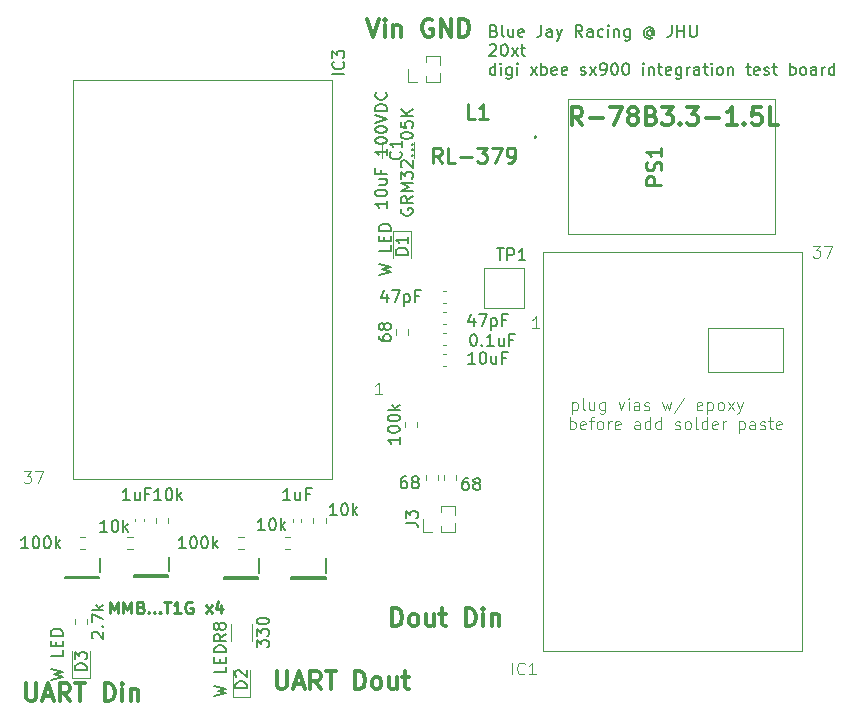
<source format=gbr>
%TF.GenerationSoftware,KiCad,Pcbnew,7.0.6*%
%TF.CreationDate,2024-03-24T21:23:19-04:00*%
%TF.ProjectId,Radio Module,52616469-6f20-44d6-9f64-756c652e6b69,rev?*%
%TF.SameCoordinates,Original*%
%TF.FileFunction,Legend,Top*%
%TF.FilePolarity,Positive*%
%FSLAX46Y46*%
G04 Gerber Fmt 4.6, Leading zero omitted, Abs format (unit mm)*
G04 Created by KiCad (PCBNEW 7.0.6) date 2024-03-24 21:23:19*
%MOMM*%
%LPD*%
G01*
G04 APERTURE LIST*
%ADD10C,0.300000*%
%ADD11C,0.150000*%
%ADD12C,0.250000*%
%ADD13C,0.254000*%
%ADD14C,0.100000*%
%ADD15C,0.200000*%
%ADD16C,0.120000*%
G04 APERTURE END LIST*
D10*
X133015510Y-109679828D02*
X133015510Y-110894114D01*
X133015510Y-110894114D02*
X133086939Y-111036971D01*
X133086939Y-111036971D02*
X133158368Y-111108400D01*
X133158368Y-111108400D02*
X133301225Y-111179828D01*
X133301225Y-111179828D02*
X133586939Y-111179828D01*
X133586939Y-111179828D02*
X133729796Y-111108400D01*
X133729796Y-111108400D02*
X133801225Y-111036971D01*
X133801225Y-111036971D02*
X133872653Y-110894114D01*
X133872653Y-110894114D02*
X133872653Y-109679828D01*
X134515511Y-110751257D02*
X135229797Y-110751257D01*
X134372654Y-111179828D02*
X134872654Y-109679828D01*
X134872654Y-109679828D02*
X135372654Y-111179828D01*
X136729796Y-111179828D02*
X136229796Y-110465542D01*
X135872653Y-111179828D02*
X135872653Y-109679828D01*
X135872653Y-109679828D02*
X136444082Y-109679828D01*
X136444082Y-109679828D02*
X136586939Y-109751257D01*
X136586939Y-109751257D02*
X136658368Y-109822685D01*
X136658368Y-109822685D02*
X136729796Y-109965542D01*
X136729796Y-109965542D02*
X136729796Y-110179828D01*
X136729796Y-110179828D02*
X136658368Y-110322685D01*
X136658368Y-110322685D02*
X136586939Y-110394114D01*
X136586939Y-110394114D02*
X136444082Y-110465542D01*
X136444082Y-110465542D02*
X135872653Y-110465542D01*
X137158368Y-109679828D02*
X138015511Y-109679828D01*
X137586939Y-111179828D02*
X137586939Y-109679828D01*
X139658367Y-111179828D02*
X139658367Y-109679828D01*
X139658367Y-109679828D02*
X140015510Y-109679828D01*
X140015510Y-109679828D02*
X140229796Y-109751257D01*
X140229796Y-109751257D02*
X140372653Y-109894114D01*
X140372653Y-109894114D02*
X140444082Y-110036971D01*
X140444082Y-110036971D02*
X140515510Y-110322685D01*
X140515510Y-110322685D02*
X140515510Y-110536971D01*
X140515510Y-110536971D02*
X140444082Y-110822685D01*
X140444082Y-110822685D02*
X140372653Y-110965542D01*
X140372653Y-110965542D02*
X140229796Y-111108400D01*
X140229796Y-111108400D02*
X140015510Y-111179828D01*
X140015510Y-111179828D02*
X139658367Y-111179828D01*
X141158367Y-111179828D02*
X141158367Y-110179828D01*
X141158367Y-109679828D02*
X141086939Y-109751257D01*
X141086939Y-109751257D02*
X141158367Y-109822685D01*
X141158367Y-109822685D02*
X141229796Y-109751257D01*
X141229796Y-109751257D02*
X141158367Y-109679828D01*
X141158367Y-109679828D02*
X141158367Y-109822685D01*
X141872653Y-110179828D02*
X141872653Y-111179828D01*
X141872653Y-110322685D02*
X141944082Y-110251257D01*
X141944082Y-110251257D02*
X142086939Y-110179828D01*
X142086939Y-110179828D02*
X142301225Y-110179828D01*
X142301225Y-110179828D02*
X142444082Y-110251257D01*
X142444082Y-110251257D02*
X142515511Y-110394114D01*
X142515511Y-110394114D02*
X142515511Y-111179828D01*
D11*
X153201761Y-96720819D02*
X152630333Y-96720819D01*
X152916047Y-96720819D02*
X152916047Y-95720819D01*
X152916047Y-95720819D02*
X152820809Y-95863676D01*
X152820809Y-95863676D02*
X152725571Y-95958914D01*
X152725571Y-95958914D02*
X152630333Y-96006533D01*
X153820809Y-95720819D02*
X153916047Y-95720819D01*
X153916047Y-95720819D02*
X154011285Y-95768438D01*
X154011285Y-95768438D02*
X154058904Y-95816057D01*
X154058904Y-95816057D02*
X154106523Y-95911295D01*
X154106523Y-95911295D02*
X154154142Y-96101771D01*
X154154142Y-96101771D02*
X154154142Y-96339866D01*
X154154142Y-96339866D02*
X154106523Y-96530342D01*
X154106523Y-96530342D02*
X154058904Y-96625580D01*
X154058904Y-96625580D02*
X154011285Y-96673200D01*
X154011285Y-96673200D02*
X153916047Y-96720819D01*
X153916047Y-96720819D02*
X153820809Y-96720819D01*
X153820809Y-96720819D02*
X153725571Y-96673200D01*
X153725571Y-96673200D02*
X153677952Y-96625580D01*
X153677952Y-96625580D02*
X153630333Y-96530342D01*
X153630333Y-96530342D02*
X153582714Y-96339866D01*
X153582714Y-96339866D02*
X153582714Y-96101771D01*
X153582714Y-96101771D02*
X153630333Y-95911295D01*
X153630333Y-95911295D02*
X153677952Y-95816057D01*
X153677952Y-95816057D02*
X153725571Y-95768438D01*
X153725571Y-95768438D02*
X153820809Y-95720819D01*
X154582714Y-96720819D02*
X154582714Y-95720819D01*
X154677952Y-96339866D02*
X154963666Y-96720819D01*
X154963666Y-96054152D02*
X154582714Y-96435104D01*
X138122819Y-108561094D02*
X137122819Y-108561094D01*
X137122819Y-108561094D02*
X137122819Y-108322999D01*
X137122819Y-108322999D02*
X137170438Y-108180142D01*
X137170438Y-108180142D02*
X137265676Y-108084904D01*
X137265676Y-108084904D02*
X137360914Y-108037285D01*
X137360914Y-108037285D02*
X137551390Y-107989666D01*
X137551390Y-107989666D02*
X137694247Y-107989666D01*
X137694247Y-107989666D02*
X137884723Y-108037285D01*
X137884723Y-108037285D02*
X137979961Y-108084904D01*
X137979961Y-108084904D02*
X138075200Y-108180142D01*
X138075200Y-108180142D02*
X138122819Y-108322999D01*
X138122819Y-108322999D02*
X138122819Y-108561094D01*
X137122819Y-107656332D02*
X137122819Y-107037285D01*
X137122819Y-107037285D02*
X137503771Y-107370618D01*
X137503771Y-107370618D02*
X137503771Y-107227761D01*
X137503771Y-107227761D02*
X137551390Y-107132523D01*
X137551390Y-107132523D02*
X137599009Y-107084904D01*
X137599009Y-107084904D02*
X137694247Y-107037285D01*
X137694247Y-107037285D02*
X137932342Y-107037285D01*
X137932342Y-107037285D02*
X138027580Y-107084904D01*
X138027580Y-107084904D02*
X138075200Y-107132523D01*
X138075200Y-107132523D02*
X138122819Y-107227761D01*
X138122819Y-107227761D02*
X138122819Y-107513475D01*
X138122819Y-107513475D02*
X138075200Y-107608713D01*
X138075200Y-107608713D02*
X138027580Y-107656332D01*
X172628112Y-54419009D02*
X172770969Y-54466628D01*
X172770969Y-54466628D02*
X172818588Y-54514247D01*
X172818588Y-54514247D02*
X172866207Y-54609485D01*
X172866207Y-54609485D02*
X172866207Y-54752342D01*
X172866207Y-54752342D02*
X172818588Y-54847580D01*
X172818588Y-54847580D02*
X172770969Y-54895200D01*
X172770969Y-54895200D02*
X172675731Y-54942819D01*
X172675731Y-54942819D02*
X172294779Y-54942819D01*
X172294779Y-54942819D02*
X172294779Y-53942819D01*
X172294779Y-53942819D02*
X172628112Y-53942819D01*
X172628112Y-53942819D02*
X172723350Y-53990438D01*
X172723350Y-53990438D02*
X172770969Y-54038057D01*
X172770969Y-54038057D02*
X172818588Y-54133295D01*
X172818588Y-54133295D02*
X172818588Y-54228533D01*
X172818588Y-54228533D02*
X172770969Y-54323771D01*
X172770969Y-54323771D02*
X172723350Y-54371390D01*
X172723350Y-54371390D02*
X172628112Y-54419009D01*
X172628112Y-54419009D02*
X172294779Y-54419009D01*
X173437636Y-54942819D02*
X173342398Y-54895200D01*
X173342398Y-54895200D02*
X173294779Y-54799961D01*
X173294779Y-54799961D02*
X173294779Y-53942819D01*
X174247160Y-54276152D02*
X174247160Y-54942819D01*
X173818589Y-54276152D02*
X173818589Y-54799961D01*
X173818589Y-54799961D02*
X173866208Y-54895200D01*
X173866208Y-54895200D02*
X173961446Y-54942819D01*
X173961446Y-54942819D02*
X174104303Y-54942819D01*
X174104303Y-54942819D02*
X174199541Y-54895200D01*
X174199541Y-54895200D02*
X174247160Y-54847580D01*
X175104303Y-54895200D02*
X175009065Y-54942819D01*
X175009065Y-54942819D02*
X174818589Y-54942819D01*
X174818589Y-54942819D02*
X174723351Y-54895200D01*
X174723351Y-54895200D02*
X174675732Y-54799961D01*
X174675732Y-54799961D02*
X174675732Y-54419009D01*
X174675732Y-54419009D02*
X174723351Y-54323771D01*
X174723351Y-54323771D02*
X174818589Y-54276152D01*
X174818589Y-54276152D02*
X175009065Y-54276152D01*
X175009065Y-54276152D02*
X175104303Y-54323771D01*
X175104303Y-54323771D02*
X175151922Y-54419009D01*
X175151922Y-54419009D02*
X175151922Y-54514247D01*
X175151922Y-54514247D02*
X174675732Y-54609485D01*
X176628113Y-53942819D02*
X176628113Y-54657104D01*
X176628113Y-54657104D02*
X176580494Y-54799961D01*
X176580494Y-54799961D02*
X176485256Y-54895200D01*
X176485256Y-54895200D02*
X176342399Y-54942819D01*
X176342399Y-54942819D02*
X176247161Y-54942819D01*
X177532875Y-54942819D02*
X177532875Y-54419009D01*
X177532875Y-54419009D02*
X177485256Y-54323771D01*
X177485256Y-54323771D02*
X177390018Y-54276152D01*
X177390018Y-54276152D02*
X177199542Y-54276152D01*
X177199542Y-54276152D02*
X177104304Y-54323771D01*
X177532875Y-54895200D02*
X177437637Y-54942819D01*
X177437637Y-54942819D02*
X177199542Y-54942819D01*
X177199542Y-54942819D02*
X177104304Y-54895200D01*
X177104304Y-54895200D02*
X177056685Y-54799961D01*
X177056685Y-54799961D02*
X177056685Y-54704723D01*
X177056685Y-54704723D02*
X177104304Y-54609485D01*
X177104304Y-54609485D02*
X177199542Y-54561866D01*
X177199542Y-54561866D02*
X177437637Y-54561866D01*
X177437637Y-54561866D02*
X177532875Y-54514247D01*
X177913828Y-54276152D02*
X178151923Y-54942819D01*
X178390018Y-54276152D02*
X178151923Y-54942819D01*
X178151923Y-54942819D02*
X178056685Y-55180914D01*
X178056685Y-55180914D02*
X178009066Y-55228533D01*
X178009066Y-55228533D02*
X177913828Y-55276152D01*
X180104304Y-54942819D02*
X179770971Y-54466628D01*
X179532876Y-54942819D02*
X179532876Y-53942819D01*
X179532876Y-53942819D02*
X179913828Y-53942819D01*
X179913828Y-53942819D02*
X180009066Y-53990438D01*
X180009066Y-53990438D02*
X180056685Y-54038057D01*
X180056685Y-54038057D02*
X180104304Y-54133295D01*
X180104304Y-54133295D02*
X180104304Y-54276152D01*
X180104304Y-54276152D02*
X180056685Y-54371390D01*
X180056685Y-54371390D02*
X180009066Y-54419009D01*
X180009066Y-54419009D02*
X179913828Y-54466628D01*
X179913828Y-54466628D02*
X179532876Y-54466628D01*
X180961447Y-54942819D02*
X180961447Y-54419009D01*
X180961447Y-54419009D02*
X180913828Y-54323771D01*
X180913828Y-54323771D02*
X180818590Y-54276152D01*
X180818590Y-54276152D02*
X180628114Y-54276152D01*
X180628114Y-54276152D02*
X180532876Y-54323771D01*
X180961447Y-54895200D02*
X180866209Y-54942819D01*
X180866209Y-54942819D02*
X180628114Y-54942819D01*
X180628114Y-54942819D02*
X180532876Y-54895200D01*
X180532876Y-54895200D02*
X180485257Y-54799961D01*
X180485257Y-54799961D02*
X180485257Y-54704723D01*
X180485257Y-54704723D02*
X180532876Y-54609485D01*
X180532876Y-54609485D02*
X180628114Y-54561866D01*
X180628114Y-54561866D02*
X180866209Y-54561866D01*
X180866209Y-54561866D02*
X180961447Y-54514247D01*
X181866209Y-54895200D02*
X181770971Y-54942819D01*
X181770971Y-54942819D02*
X181580495Y-54942819D01*
X181580495Y-54942819D02*
X181485257Y-54895200D01*
X181485257Y-54895200D02*
X181437638Y-54847580D01*
X181437638Y-54847580D02*
X181390019Y-54752342D01*
X181390019Y-54752342D02*
X181390019Y-54466628D01*
X181390019Y-54466628D02*
X181437638Y-54371390D01*
X181437638Y-54371390D02*
X181485257Y-54323771D01*
X181485257Y-54323771D02*
X181580495Y-54276152D01*
X181580495Y-54276152D02*
X181770971Y-54276152D01*
X181770971Y-54276152D02*
X181866209Y-54323771D01*
X182294781Y-54942819D02*
X182294781Y-54276152D01*
X182294781Y-53942819D02*
X182247162Y-53990438D01*
X182247162Y-53990438D02*
X182294781Y-54038057D01*
X182294781Y-54038057D02*
X182342400Y-53990438D01*
X182342400Y-53990438D02*
X182294781Y-53942819D01*
X182294781Y-53942819D02*
X182294781Y-54038057D01*
X182770971Y-54276152D02*
X182770971Y-54942819D01*
X182770971Y-54371390D02*
X182818590Y-54323771D01*
X182818590Y-54323771D02*
X182913828Y-54276152D01*
X182913828Y-54276152D02*
X183056685Y-54276152D01*
X183056685Y-54276152D02*
X183151923Y-54323771D01*
X183151923Y-54323771D02*
X183199542Y-54419009D01*
X183199542Y-54419009D02*
X183199542Y-54942819D01*
X184104304Y-54276152D02*
X184104304Y-55085676D01*
X184104304Y-55085676D02*
X184056685Y-55180914D01*
X184056685Y-55180914D02*
X184009066Y-55228533D01*
X184009066Y-55228533D02*
X183913828Y-55276152D01*
X183913828Y-55276152D02*
X183770971Y-55276152D01*
X183770971Y-55276152D02*
X183675733Y-55228533D01*
X184104304Y-54895200D02*
X184009066Y-54942819D01*
X184009066Y-54942819D02*
X183818590Y-54942819D01*
X183818590Y-54942819D02*
X183723352Y-54895200D01*
X183723352Y-54895200D02*
X183675733Y-54847580D01*
X183675733Y-54847580D02*
X183628114Y-54752342D01*
X183628114Y-54752342D02*
X183628114Y-54466628D01*
X183628114Y-54466628D02*
X183675733Y-54371390D01*
X183675733Y-54371390D02*
X183723352Y-54323771D01*
X183723352Y-54323771D02*
X183818590Y-54276152D01*
X183818590Y-54276152D02*
X184009066Y-54276152D01*
X184009066Y-54276152D02*
X184104304Y-54323771D01*
X185961447Y-54466628D02*
X185913828Y-54419009D01*
X185913828Y-54419009D02*
X185818590Y-54371390D01*
X185818590Y-54371390D02*
X185723352Y-54371390D01*
X185723352Y-54371390D02*
X185628114Y-54419009D01*
X185628114Y-54419009D02*
X185580495Y-54466628D01*
X185580495Y-54466628D02*
X185532876Y-54561866D01*
X185532876Y-54561866D02*
X185532876Y-54657104D01*
X185532876Y-54657104D02*
X185580495Y-54752342D01*
X185580495Y-54752342D02*
X185628114Y-54799961D01*
X185628114Y-54799961D02*
X185723352Y-54847580D01*
X185723352Y-54847580D02*
X185818590Y-54847580D01*
X185818590Y-54847580D02*
X185913828Y-54799961D01*
X185913828Y-54799961D02*
X185961447Y-54752342D01*
X185961447Y-54371390D02*
X185961447Y-54752342D01*
X185961447Y-54752342D02*
X186009066Y-54799961D01*
X186009066Y-54799961D02*
X186056685Y-54799961D01*
X186056685Y-54799961D02*
X186151924Y-54752342D01*
X186151924Y-54752342D02*
X186199543Y-54657104D01*
X186199543Y-54657104D02*
X186199543Y-54419009D01*
X186199543Y-54419009D02*
X186104305Y-54276152D01*
X186104305Y-54276152D02*
X185961447Y-54180914D01*
X185961447Y-54180914D02*
X185770971Y-54133295D01*
X185770971Y-54133295D02*
X185580495Y-54180914D01*
X185580495Y-54180914D02*
X185437638Y-54276152D01*
X185437638Y-54276152D02*
X185342400Y-54419009D01*
X185342400Y-54419009D02*
X185294781Y-54609485D01*
X185294781Y-54609485D02*
X185342400Y-54799961D01*
X185342400Y-54799961D02*
X185437638Y-54942819D01*
X185437638Y-54942819D02*
X185580495Y-55038057D01*
X185580495Y-55038057D02*
X185770971Y-55085676D01*
X185770971Y-55085676D02*
X185961447Y-55038057D01*
X185961447Y-55038057D02*
X186104305Y-54942819D01*
X187675733Y-53942819D02*
X187675733Y-54657104D01*
X187675733Y-54657104D02*
X187628114Y-54799961D01*
X187628114Y-54799961D02*
X187532876Y-54895200D01*
X187532876Y-54895200D02*
X187390019Y-54942819D01*
X187390019Y-54942819D02*
X187294781Y-54942819D01*
X188151924Y-54942819D02*
X188151924Y-53942819D01*
X188151924Y-54419009D02*
X188723352Y-54419009D01*
X188723352Y-54942819D02*
X188723352Y-53942819D01*
X189199543Y-53942819D02*
X189199543Y-54752342D01*
X189199543Y-54752342D02*
X189247162Y-54847580D01*
X189247162Y-54847580D02*
X189294781Y-54895200D01*
X189294781Y-54895200D02*
X189390019Y-54942819D01*
X189390019Y-54942819D02*
X189580495Y-54942819D01*
X189580495Y-54942819D02*
X189675733Y-54895200D01*
X189675733Y-54895200D02*
X189723352Y-54847580D01*
X189723352Y-54847580D02*
X189770971Y-54752342D01*
X189770971Y-54752342D02*
X189770971Y-53942819D01*
X172247160Y-55648057D02*
X172294779Y-55600438D01*
X172294779Y-55600438D02*
X172390017Y-55552819D01*
X172390017Y-55552819D02*
X172628112Y-55552819D01*
X172628112Y-55552819D02*
X172723350Y-55600438D01*
X172723350Y-55600438D02*
X172770969Y-55648057D01*
X172770969Y-55648057D02*
X172818588Y-55743295D01*
X172818588Y-55743295D02*
X172818588Y-55838533D01*
X172818588Y-55838533D02*
X172770969Y-55981390D01*
X172770969Y-55981390D02*
X172199541Y-56552819D01*
X172199541Y-56552819D02*
X172818588Y-56552819D01*
X173437636Y-55552819D02*
X173532874Y-55552819D01*
X173532874Y-55552819D02*
X173628112Y-55600438D01*
X173628112Y-55600438D02*
X173675731Y-55648057D01*
X173675731Y-55648057D02*
X173723350Y-55743295D01*
X173723350Y-55743295D02*
X173770969Y-55933771D01*
X173770969Y-55933771D02*
X173770969Y-56171866D01*
X173770969Y-56171866D02*
X173723350Y-56362342D01*
X173723350Y-56362342D02*
X173675731Y-56457580D01*
X173675731Y-56457580D02*
X173628112Y-56505200D01*
X173628112Y-56505200D02*
X173532874Y-56552819D01*
X173532874Y-56552819D02*
X173437636Y-56552819D01*
X173437636Y-56552819D02*
X173342398Y-56505200D01*
X173342398Y-56505200D02*
X173294779Y-56457580D01*
X173294779Y-56457580D02*
X173247160Y-56362342D01*
X173247160Y-56362342D02*
X173199541Y-56171866D01*
X173199541Y-56171866D02*
X173199541Y-55933771D01*
X173199541Y-55933771D02*
X173247160Y-55743295D01*
X173247160Y-55743295D02*
X173294779Y-55648057D01*
X173294779Y-55648057D02*
X173342398Y-55600438D01*
X173342398Y-55600438D02*
X173437636Y-55552819D01*
X174104303Y-56552819D02*
X174628112Y-55886152D01*
X174104303Y-55886152D02*
X174628112Y-56552819D01*
X174866208Y-55886152D02*
X175247160Y-55886152D01*
X175009065Y-55552819D02*
X175009065Y-56409961D01*
X175009065Y-56409961D02*
X175056684Y-56505200D01*
X175056684Y-56505200D02*
X175151922Y-56552819D01*
X175151922Y-56552819D02*
X175247160Y-56552819D01*
X172723350Y-58162819D02*
X172723350Y-57162819D01*
X172723350Y-58115200D02*
X172628112Y-58162819D01*
X172628112Y-58162819D02*
X172437636Y-58162819D01*
X172437636Y-58162819D02*
X172342398Y-58115200D01*
X172342398Y-58115200D02*
X172294779Y-58067580D01*
X172294779Y-58067580D02*
X172247160Y-57972342D01*
X172247160Y-57972342D02*
X172247160Y-57686628D01*
X172247160Y-57686628D02*
X172294779Y-57591390D01*
X172294779Y-57591390D02*
X172342398Y-57543771D01*
X172342398Y-57543771D02*
X172437636Y-57496152D01*
X172437636Y-57496152D02*
X172628112Y-57496152D01*
X172628112Y-57496152D02*
X172723350Y-57543771D01*
X173199541Y-58162819D02*
X173199541Y-57496152D01*
X173199541Y-57162819D02*
X173151922Y-57210438D01*
X173151922Y-57210438D02*
X173199541Y-57258057D01*
X173199541Y-57258057D02*
X173247160Y-57210438D01*
X173247160Y-57210438D02*
X173199541Y-57162819D01*
X173199541Y-57162819D02*
X173199541Y-57258057D01*
X174104302Y-57496152D02*
X174104302Y-58305676D01*
X174104302Y-58305676D02*
X174056683Y-58400914D01*
X174056683Y-58400914D02*
X174009064Y-58448533D01*
X174009064Y-58448533D02*
X173913826Y-58496152D01*
X173913826Y-58496152D02*
X173770969Y-58496152D01*
X173770969Y-58496152D02*
X173675731Y-58448533D01*
X174104302Y-58115200D02*
X174009064Y-58162819D01*
X174009064Y-58162819D02*
X173818588Y-58162819D01*
X173818588Y-58162819D02*
X173723350Y-58115200D01*
X173723350Y-58115200D02*
X173675731Y-58067580D01*
X173675731Y-58067580D02*
X173628112Y-57972342D01*
X173628112Y-57972342D02*
X173628112Y-57686628D01*
X173628112Y-57686628D02*
X173675731Y-57591390D01*
X173675731Y-57591390D02*
X173723350Y-57543771D01*
X173723350Y-57543771D02*
X173818588Y-57496152D01*
X173818588Y-57496152D02*
X174009064Y-57496152D01*
X174009064Y-57496152D02*
X174104302Y-57543771D01*
X174580493Y-58162819D02*
X174580493Y-57496152D01*
X174580493Y-57162819D02*
X174532874Y-57210438D01*
X174532874Y-57210438D02*
X174580493Y-57258057D01*
X174580493Y-57258057D02*
X174628112Y-57210438D01*
X174628112Y-57210438D02*
X174580493Y-57162819D01*
X174580493Y-57162819D02*
X174580493Y-57258057D01*
X175723350Y-58162819D02*
X176247159Y-57496152D01*
X175723350Y-57496152D02*
X176247159Y-58162819D01*
X176628112Y-58162819D02*
X176628112Y-57162819D01*
X176628112Y-57543771D02*
X176723350Y-57496152D01*
X176723350Y-57496152D02*
X176913826Y-57496152D01*
X176913826Y-57496152D02*
X177009064Y-57543771D01*
X177009064Y-57543771D02*
X177056683Y-57591390D01*
X177056683Y-57591390D02*
X177104302Y-57686628D01*
X177104302Y-57686628D02*
X177104302Y-57972342D01*
X177104302Y-57972342D02*
X177056683Y-58067580D01*
X177056683Y-58067580D02*
X177009064Y-58115200D01*
X177009064Y-58115200D02*
X176913826Y-58162819D01*
X176913826Y-58162819D02*
X176723350Y-58162819D01*
X176723350Y-58162819D02*
X176628112Y-58115200D01*
X177913826Y-58115200D02*
X177818588Y-58162819D01*
X177818588Y-58162819D02*
X177628112Y-58162819D01*
X177628112Y-58162819D02*
X177532874Y-58115200D01*
X177532874Y-58115200D02*
X177485255Y-58019961D01*
X177485255Y-58019961D02*
X177485255Y-57639009D01*
X177485255Y-57639009D02*
X177532874Y-57543771D01*
X177532874Y-57543771D02*
X177628112Y-57496152D01*
X177628112Y-57496152D02*
X177818588Y-57496152D01*
X177818588Y-57496152D02*
X177913826Y-57543771D01*
X177913826Y-57543771D02*
X177961445Y-57639009D01*
X177961445Y-57639009D02*
X177961445Y-57734247D01*
X177961445Y-57734247D02*
X177485255Y-57829485D01*
X178770969Y-58115200D02*
X178675731Y-58162819D01*
X178675731Y-58162819D02*
X178485255Y-58162819D01*
X178485255Y-58162819D02*
X178390017Y-58115200D01*
X178390017Y-58115200D02*
X178342398Y-58019961D01*
X178342398Y-58019961D02*
X178342398Y-57639009D01*
X178342398Y-57639009D02*
X178390017Y-57543771D01*
X178390017Y-57543771D02*
X178485255Y-57496152D01*
X178485255Y-57496152D02*
X178675731Y-57496152D01*
X178675731Y-57496152D02*
X178770969Y-57543771D01*
X178770969Y-57543771D02*
X178818588Y-57639009D01*
X178818588Y-57639009D02*
X178818588Y-57734247D01*
X178818588Y-57734247D02*
X178342398Y-57829485D01*
X179961446Y-58115200D02*
X180056684Y-58162819D01*
X180056684Y-58162819D02*
X180247160Y-58162819D01*
X180247160Y-58162819D02*
X180342398Y-58115200D01*
X180342398Y-58115200D02*
X180390017Y-58019961D01*
X180390017Y-58019961D02*
X180390017Y-57972342D01*
X180390017Y-57972342D02*
X180342398Y-57877104D01*
X180342398Y-57877104D02*
X180247160Y-57829485D01*
X180247160Y-57829485D02*
X180104303Y-57829485D01*
X180104303Y-57829485D02*
X180009065Y-57781866D01*
X180009065Y-57781866D02*
X179961446Y-57686628D01*
X179961446Y-57686628D02*
X179961446Y-57639009D01*
X179961446Y-57639009D02*
X180009065Y-57543771D01*
X180009065Y-57543771D02*
X180104303Y-57496152D01*
X180104303Y-57496152D02*
X180247160Y-57496152D01*
X180247160Y-57496152D02*
X180342398Y-57543771D01*
X180723351Y-58162819D02*
X181247160Y-57496152D01*
X180723351Y-57496152D02*
X181247160Y-58162819D01*
X181675732Y-58162819D02*
X181866208Y-58162819D01*
X181866208Y-58162819D02*
X181961446Y-58115200D01*
X181961446Y-58115200D02*
X182009065Y-58067580D01*
X182009065Y-58067580D02*
X182104303Y-57924723D01*
X182104303Y-57924723D02*
X182151922Y-57734247D01*
X182151922Y-57734247D02*
X182151922Y-57353295D01*
X182151922Y-57353295D02*
X182104303Y-57258057D01*
X182104303Y-57258057D02*
X182056684Y-57210438D01*
X182056684Y-57210438D02*
X181961446Y-57162819D01*
X181961446Y-57162819D02*
X181770970Y-57162819D01*
X181770970Y-57162819D02*
X181675732Y-57210438D01*
X181675732Y-57210438D02*
X181628113Y-57258057D01*
X181628113Y-57258057D02*
X181580494Y-57353295D01*
X181580494Y-57353295D02*
X181580494Y-57591390D01*
X181580494Y-57591390D02*
X181628113Y-57686628D01*
X181628113Y-57686628D02*
X181675732Y-57734247D01*
X181675732Y-57734247D02*
X181770970Y-57781866D01*
X181770970Y-57781866D02*
X181961446Y-57781866D01*
X181961446Y-57781866D02*
X182056684Y-57734247D01*
X182056684Y-57734247D02*
X182104303Y-57686628D01*
X182104303Y-57686628D02*
X182151922Y-57591390D01*
X182770970Y-57162819D02*
X182866208Y-57162819D01*
X182866208Y-57162819D02*
X182961446Y-57210438D01*
X182961446Y-57210438D02*
X183009065Y-57258057D01*
X183009065Y-57258057D02*
X183056684Y-57353295D01*
X183056684Y-57353295D02*
X183104303Y-57543771D01*
X183104303Y-57543771D02*
X183104303Y-57781866D01*
X183104303Y-57781866D02*
X183056684Y-57972342D01*
X183056684Y-57972342D02*
X183009065Y-58067580D01*
X183009065Y-58067580D02*
X182961446Y-58115200D01*
X182961446Y-58115200D02*
X182866208Y-58162819D01*
X182866208Y-58162819D02*
X182770970Y-58162819D01*
X182770970Y-58162819D02*
X182675732Y-58115200D01*
X182675732Y-58115200D02*
X182628113Y-58067580D01*
X182628113Y-58067580D02*
X182580494Y-57972342D01*
X182580494Y-57972342D02*
X182532875Y-57781866D01*
X182532875Y-57781866D02*
X182532875Y-57543771D01*
X182532875Y-57543771D02*
X182580494Y-57353295D01*
X182580494Y-57353295D02*
X182628113Y-57258057D01*
X182628113Y-57258057D02*
X182675732Y-57210438D01*
X182675732Y-57210438D02*
X182770970Y-57162819D01*
X183723351Y-57162819D02*
X183818589Y-57162819D01*
X183818589Y-57162819D02*
X183913827Y-57210438D01*
X183913827Y-57210438D02*
X183961446Y-57258057D01*
X183961446Y-57258057D02*
X184009065Y-57353295D01*
X184009065Y-57353295D02*
X184056684Y-57543771D01*
X184056684Y-57543771D02*
X184056684Y-57781866D01*
X184056684Y-57781866D02*
X184009065Y-57972342D01*
X184009065Y-57972342D02*
X183961446Y-58067580D01*
X183961446Y-58067580D02*
X183913827Y-58115200D01*
X183913827Y-58115200D02*
X183818589Y-58162819D01*
X183818589Y-58162819D02*
X183723351Y-58162819D01*
X183723351Y-58162819D02*
X183628113Y-58115200D01*
X183628113Y-58115200D02*
X183580494Y-58067580D01*
X183580494Y-58067580D02*
X183532875Y-57972342D01*
X183532875Y-57972342D02*
X183485256Y-57781866D01*
X183485256Y-57781866D02*
X183485256Y-57543771D01*
X183485256Y-57543771D02*
X183532875Y-57353295D01*
X183532875Y-57353295D02*
X183580494Y-57258057D01*
X183580494Y-57258057D02*
X183628113Y-57210438D01*
X183628113Y-57210438D02*
X183723351Y-57162819D01*
X185247161Y-58162819D02*
X185247161Y-57496152D01*
X185247161Y-57162819D02*
X185199542Y-57210438D01*
X185199542Y-57210438D02*
X185247161Y-57258057D01*
X185247161Y-57258057D02*
X185294780Y-57210438D01*
X185294780Y-57210438D02*
X185247161Y-57162819D01*
X185247161Y-57162819D02*
X185247161Y-57258057D01*
X185723351Y-57496152D02*
X185723351Y-58162819D01*
X185723351Y-57591390D02*
X185770970Y-57543771D01*
X185770970Y-57543771D02*
X185866208Y-57496152D01*
X185866208Y-57496152D02*
X186009065Y-57496152D01*
X186009065Y-57496152D02*
X186104303Y-57543771D01*
X186104303Y-57543771D02*
X186151922Y-57639009D01*
X186151922Y-57639009D02*
X186151922Y-58162819D01*
X186485256Y-57496152D02*
X186866208Y-57496152D01*
X186628113Y-57162819D02*
X186628113Y-58019961D01*
X186628113Y-58019961D02*
X186675732Y-58115200D01*
X186675732Y-58115200D02*
X186770970Y-58162819D01*
X186770970Y-58162819D02*
X186866208Y-58162819D01*
X187580494Y-58115200D02*
X187485256Y-58162819D01*
X187485256Y-58162819D02*
X187294780Y-58162819D01*
X187294780Y-58162819D02*
X187199542Y-58115200D01*
X187199542Y-58115200D02*
X187151923Y-58019961D01*
X187151923Y-58019961D02*
X187151923Y-57639009D01*
X187151923Y-57639009D02*
X187199542Y-57543771D01*
X187199542Y-57543771D02*
X187294780Y-57496152D01*
X187294780Y-57496152D02*
X187485256Y-57496152D01*
X187485256Y-57496152D02*
X187580494Y-57543771D01*
X187580494Y-57543771D02*
X187628113Y-57639009D01*
X187628113Y-57639009D02*
X187628113Y-57734247D01*
X187628113Y-57734247D02*
X187151923Y-57829485D01*
X188485256Y-57496152D02*
X188485256Y-58305676D01*
X188485256Y-58305676D02*
X188437637Y-58400914D01*
X188437637Y-58400914D02*
X188390018Y-58448533D01*
X188390018Y-58448533D02*
X188294780Y-58496152D01*
X188294780Y-58496152D02*
X188151923Y-58496152D01*
X188151923Y-58496152D02*
X188056685Y-58448533D01*
X188485256Y-58115200D02*
X188390018Y-58162819D01*
X188390018Y-58162819D02*
X188199542Y-58162819D01*
X188199542Y-58162819D02*
X188104304Y-58115200D01*
X188104304Y-58115200D02*
X188056685Y-58067580D01*
X188056685Y-58067580D02*
X188009066Y-57972342D01*
X188009066Y-57972342D02*
X188009066Y-57686628D01*
X188009066Y-57686628D02*
X188056685Y-57591390D01*
X188056685Y-57591390D02*
X188104304Y-57543771D01*
X188104304Y-57543771D02*
X188199542Y-57496152D01*
X188199542Y-57496152D02*
X188390018Y-57496152D01*
X188390018Y-57496152D02*
X188485256Y-57543771D01*
X188961447Y-58162819D02*
X188961447Y-57496152D01*
X188961447Y-57686628D02*
X189009066Y-57591390D01*
X189009066Y-57591390D02*
X189056685Y-57543771D01*
X189056685Y-57543771D02*
X189151923Y-57496152D01*
X189151923Y-57496152D02*
X189247161Y-57496152D01*
X190009066Y-58162819D02*
X190009066Y-57639009D01*
X190009066Y-57639009D02*
X189961447Y-57543771D01*
X189961447Y-57543771D02*
X189866209Y-57496152D01*
X189866209Y-57496152D02*
X189675733Y-57496152D01*
X189675733Y-57496152D02*
X189580495Y-57543771D01*
X190009066Y-58115200D02*
X189913828Y-58162819D01*
X189913828Y-58162819D02*
X189675733Y-58162819D01*
X189675733Y-58162819D02*
X189580495Y-58115200D01*
X189580495Y-58115200D02*
X189532876Y-58019961D01*
X189532876Y-58019961D02*
X189532876Y-57924723D01*
X189532876Y-57924723D02*
X189580495Y-57829485D01*
X189580495Y-57829485D02*
X189675733Y-57781866D01*
X189675733Y-57781866D02*
X189913828Y-57781866D01*
X189913828Y-57781866D02*
X190009066Y-57734247D01*
X190342400Y-57496152D02*
X190723352Y-57496152D01*
X190485257Y-57162819D02*
X190485257Y-58019961D01*
X190485257Y-58019961D02*
X190532876Y-58115200D01*
X190532876Y-58115200D02*
X190628114Y-58162819D01*
X190628114Y-58162819D02*
X190723352Y-58162819D01*
X191056686Y-58162819D02*
X191056686Y-57496152D01*
X191056686Y-57162819D02*
X191009067Y-57210438D01*
X191009067Y-57210438D02*
X191056686Y-57258057D01*
X191056686Y-57258057D02*
X191104305Y-57210438D01*
X191104305Y-57210438D02*
X191056686Y-57162819D01*
X191056686Y-57162819D02*
X191056686Y-57258057D01*
X191675733Y-58162819D02*
X191580495Y-58115200D01*
X191580495Y-58115200D02*
X191532876Y-58067580D01*
X191532876Y-58067580D02*
X191485257Y-57972342D01*
X191485257Y-57972342D02*
X191485257Y-57686628D01*
X191485257Y-57686628D02*
X191532876Y-57591390D01*
X191532876Y-57591390D02*
X191580495Y-57543771D01*
X191580495Y-57543771D02*
X191675733Y-57496152D01*
X191675733Y-57496152D02*
X191818590Y-57496152D01*
X191818590Y-57496152D02*
X191913828Y-57543771D01*
X191913828Y-57543771D02*
X191961447Y-57591390D01*
X191961447Y-57591390D02*
X192009066Y-57686628D01*
X192009066Y-57686628D02*
X192009066Y-57972342D01*
X192009066Y-57972342D02*
X191961447Y-58067580D01*
X191961447Y-58067580D02*
X191913828Y-58115200D01*
X191913828Y-58115200D02*
X191818590Y-58162819D01*
X191818590Y-58162819D02*
X191675733Y-58162819D01*
X192437638Y-57496152D02*
X192437638Y-58162819D01*
X192437638Y-57591390D02*
X192485257Y-57543771D01*
X192485257Y-57543771D02*
X192580495Y-57496152D01*
X192580495Y-57496152D02*
X192723352Y-57496152D01*
X192723352Y-57496152D02*
X192818590Y-57543771D01*
X192818590Y-57543771D02*
X192866209Y-57639009D01*
X192866209Y-57639009D02*
X192866209Y-58162819D01*
X193961448Y-57496152D02*
X194342400Y-57496152D01*
X194104305Y-57162819D02*
X194104305Y-58019961D01*
X194104305Y-58019961D02*
X194151924Y-58115200D01*
X194151924Y-58115200D02*
X194247162Y-58162819D01*
X194247162Y-58162819D02*
X194342400Y-58162819D01*
X195056686Y-58115200D02*
X194961448Y-58162819D01*
X194961448Y-58162819D02*
X194770972Y-58162819D01*
X194770972Y-58162819D02*
X194675734Y-58115200D01*
X194675734Y-58115200D02*
X194628115Y-58019961D01*
X194628115Y-58019961D02*
X194628115Y-57639009D01*
X194628115Y-57639009D02*
X194675734Y-57543771D01*
X194675734Y-57543771D02*
X194770972Y-57496152D01*
X194770972Y-57496152D02*
X194961448Y-57496152D01*
X194961448Y-57496152D02*
X195056686Y-57543771D01*
X195056686Y-57543771D02*
X195104305Y-57639009D01*
X195104305Y-57639009D02*
X195104305Y-57734247D01*
X195104305Y-57734247D02*
X194628115Y-57829485D01*
X195485258Y-58115200D02*
X195580496Y-58162819D01*
X195580496Y-58162819D02*
X195770972Y-58162819D01*
X195770972Y-58162819D02*
X195866210Y-58115200D01*
X195866210Y-58115200D02*
X195913829Y-58019961D01*
X195913829Y-58019961D02*
X195913829Y-57972342D01*
X195913829Y-57972342D02*
X195866210Y-57877104D01*
X195866210Y-57877104D02*
X195770972Y-57829485D01*
X195770972Y-57829485D02*
X195628115Y-57829485D01*
X195628115Y-57829485D02*
X195532877Y-57781866D01*
X195532877Y-57781866D02*
X195485258Y-57686628D01*
X195485258Y-57686628D02*
X195485258Y-57639009D01*
X195485258Y-57639009D02*
X195532877Y-57543771D01*
X195532877Y-57543771D02*
X195628115Y-57496152D01*
X195628115Y-57496152D02*
X195770972Y-57496152D01*
X195770972Y-57496152D02*
X195866210Y-57543771D01*
X196199544Y-57496152D02*
X196580496Y-57496152D01*
X196342401Y-57162819D02*
X196342401Y-58019961D01*
X196342401Y-58019961D02*
X196390020Y-58115200D01*
X196390020Y-58115200D02*
X196485258Y-58162819D01*
X196485258Y-58162819D02*
X196580496Y-58162819D01*
X197675735Y-58162819D02*
X197675735Y-57162819D01*
X197675735Y-57543771D02*
X197770973Y-57496152D01*
X197770973Y-57496152D02*
X197961449Y-57496152D01*
X197961449Y-57496152D02*
X198056687Y-57543771D01*
X198056687Y-57543771D02*
X198104306Y-57591390D01*
X198104306Y-57591390D02*
X198151925Y-57686628D01*
X198151925Y-57686628D02*
X198151925Y-57972342D01*
X198151925Y-57972342D02*
X198104306Y-58067580D01*
X198104306Y-58067580D02*
X198056687Y-58115200D01*
X198056687Y-58115200D02*
X197961449Y-58162819D01*
X197961449Y-58162819D02*
X197770973Y-58162819D01*
X197770973Y-58162819D02*
X197675735Y-58115200D01*
X198723354Y-58162819D02*
X198628116Y-58115200D01*
X198628116Y-58115200D02*
X198580497Y-58067580D01*
X198580497Y-58067580D02*
X198532878Y-57972342D01*
X198532878Y-57972342D02*
X198532878Y-57686628D01*
X198532878Y-57686628D02*
X198580497Y-57591390D01*
X198580497Y-57591390D02*
X198628116Y-57543771D01*
X198628116Y-57543771D02*
X198723354Y-57496152D01*
X198723354Y-57496152D02*
X198866211Y-57496152D01*
X198866211Y-57496152D02*
X198961449Y-57543771D01*
X198961449Y-57543771D02*
X199009068Y-57591390D01*
X199009068Y-57591390D02*
X199056687Y-57686628D01*
X199056687Y-57686628D02*
X199056687Y-57972342D01*
X199056687Y-57972342D02*
X199009068Y-58067580D01*
X199009068Y-58067580D02*
X198961449Y-58115200D01*
X198961449Y-58115200D02*
X198866211Y-58162819D01*
X198866211Y-58162819D02*
X198723354Y-58162819D01*
X199913830Y-58162819D02*
X199913830Y-57639009D01*
X199913830Y-57639009D02*
X199866211Y-57543771D01*
X199866211Y-57543771D02*
X199770973Y-57496152D01*
X199770973Y-57496152D02*
X199580497Y-57496152D01*
X199580497Y-57496152D02*
X199485259Y-57543771D01*
X199913830Y-58115200D02*
X199818592Y-58162819D01*
X199818592Y-58162819D02*
X199580497Y-58162819D01*
X199580497Y-58162819D02*
X199485259Y-58115200D01*
X199485259Y-58115200D02*
X199437640Y-58019961D01*
X199437640Y-58019961D02*
X199437640Y-57924723D01*
X199437640Y-57924723D02*
X199485259Y-57829485D01*
X199485259Y-57829485D02*
X199580497Y-57781866D01*
X199580497Y-57781866D02*
X199818592Y-57781866D01*
X199818592Y-57781866D02*
X199913830Y-57734247D01*
X200390021Y-58162819D02*
X200390021Y-57496152D01*
X200390021Y-57686628D02*
X200437640Y-57591390D01*
X200437640Y-57591390D02*
X200485259Y-57543771D01*
X200485259Y-57543771D02*
X200580497Y-57496152D01*
X200580497Y-57496152D02*
X200675735Y-57496152D01*
X201437640Y-58162819D02*
X201437640Y-57162819D01*
X201437640Y-58115200D02*
X201342402Y-58162819D01*
X201342402Y-58162819D02*
X201151926Y-58162819D01*
X201151926Y-58162819D02*
X201056688Y-58115200D01*
X201056688Y-58115200D02*
X201009069Y-58067580D01*
X201009069Y-58067580D02*
X200961450Y-57972342D01*
X200961450Y-57972342D02*
X200961450Y-57686628D01*
X200961450Y-57686628D02*
X201009069Y-57591390D01*
X201009069Y-57591390D02*
X201056688Y-57543771D01*
X201056688Y-57543771D02*
X201151926Y-57496152D01*
X201151926Y-57496152D02*
X201342402Y-57496152D01*
X201342402Y-57496152D02*
X201437640Y-57543771D01*
X159297761Y-95450819D02*
X158726333Y-95450819D01*
X159012047Y-95450819D02*
X159012047Y-94450819D01*
X159012047Y-94450819D02*
X158916809Y-94593676D01*
X158916809Y-94593676D02*
X158821571Y-94688914D01*
X158821571Y-94688914D02*
X158726333Y-94736533D01*
X159916809Y-94450819D02*
X160012047Y-94450819D01*
X160012047Y-94450819D02*
X160107285Y-94498438D01*
X160107285Y-94498438D02*
X160154904Y-94546057D01*
X160154904Y-94546057D02*
X160202523Y-94641295D01*
X160202523Y-94641295D02*
X160250142Y-94831771D01*
X160250142Y-94831771D02*
X160250142Y-95069866D01*
X160250142Y-95069866D02*
X160202523Y-95260342D01*
X160202523Y-95260342D02*
X160154904Y-95355580D01*
X160154904Y-95355580D02*
X160107285Y-95403200D01*
X160107285Y-95403200D02*
X160012047Y-95450819D01*
X160012047Y-95450819D02*
X159916809Y-95450819D01*
X159916809Y-95450819D02*
X159821571Y-95403200D01*
X159821571Y-95403200D02*
X159773952Y-95355580D01*
X159773952Y-95355580D02*
X159726333Y-95260342D01*
X159726333Y-95260342D02*
X159678714Y-95069866D01*
X159678714Y-95069866D02*
X159678714Y-94831771D01*
X159678714Y-94831771D02*
X159726333Y-94641295D01*
X159726333Y-94641295D02*
X159773952Y-94546057D01*
X159773952Y-94546057D02*
X159821571Y-94498438D01*
X159821571Y-94498438D02*
X159916809Y-94450819D01*
X160678714Y-95450819D02*
X160678714Y-94450819D01*
X160773952Y-95069866D02*
X161059666Y-95450819D01*
X161059666Y-94784152D02*
X160678714Y-95165104D01*
X164779438Y-69497411D02*
X164731819Y-69592649D01*
X164731819Y-69592649D02*
X164731819Y-69735506D01*
X164731819Y-69735506D02*
X164779438Y-69878363D01*
X164779438Y-69878363D02*
X164874676Y-69973601D01*
X164874676Y-69973601D02*
X164969914Y-70021220D01*
X164969914Y-70021220D02*
X165160390Y-70068839D01*
X165160390Y-70068839D02*
X165303247Y-70068839D01*
X165303247Y-70068839D02*
X165493723Y-70021220D01*
X165493723Y-70021220D02*
X165588961Y-69973601D01*
X165588961Y-69973601D02*
X165684200Y-69878363D01*
X165684200Y-69878363D02*
X165731819Y-69735506D01*
X165731819Y-69735506D02*
X165731819Y-69640268D01*
X165731819Y-69640268D02*
X165684200Y-69497411D01*
X165684200Y-69497411D02*
X165636580Y-69449792D01*
X165636580Y-69449792D02*
X165303247Y-69449792D01*
X165303247Y-69449792D02*
X165303247Y-69640268D01*
X165731819Y-68449792D02*
X165255628Y-68783125D01*
X165731819Y-69021220D02*
X164731819Y-69021220D01*
X164731819Y-69021220D02*
X164731819Y-68640268D01*
X164731819Y-68640268D02*
X164779438Y-68545030D01*
X164779438Y-68545030D02*
X164827057Y-68497411D01*
X164827057Y-68497411D02*
X164922295Y-68449792D01*
X164922295Y-68449792D02*
X165065152Y-68449792D01*
X165065152Y-68449792D02*
X165160390Y-68497411D01*
X165160390Y-68497411D02*
X165208009Y-68545030D01*
X165208009Y-68545030D02*
X165255628Y-68640268D01*
X165255628Y-68640268D02*
X165255628Y-69021220D01*
X165731819Y-68021220D02*
X164731819Y-68021220D01*
X164731819Y-68021220D02*
X165446104Y-67687887D01*
X165446104Y-67687887D02*
X164731819Y-67354554D01*
X164731819Y-67354554D02*
X165731819Y-67354554D01*
X164731819Y-66973601D02*
X164731819Y-66354554D01*
X164731819Y-66354554D02*
X165112771Y-66687887D01*
X165112771Y-66687887D02*
X165112771Y-66545030D01*
X165112771Y-66545030D02*
X165160390Y-66449792D01*
X165160390Y-66449792D02*
X165208009Y-66402173D01*
X165208009Y-66402173D02*
X165303247Y-66354554D01*
X165303247Y-66354554D02*
X165541342Y-66354554D01*
X165541342Y-66354554D02*
X165636580Y-66402173D01*
X165636580Y-66402173D02*
X165684200Y-66449792D01*
X165684200Y-66449792D02*
X165731819Y-66545030D01*
X165731819Y-66545030D02*
X165731819Y-66830744D01*
X165731819Y-66830744D02*
X165684200Y-66925982D01*
X165684200Y-66925982D02*
X165636580Y-66973601D01*
X164827057Y-65973601D02*
X164779438Y-65925982D01*
X164779438Y-65925982D02*
X164731819Y-65830744D01*
X164731819Y-65830744D02*
X164731819Y-65592649D01*
X164731819Y-65592649D02*
X164779438Y-65497411D01*
X164779438Y-65497411D02*
X164827057Y-65449792D01*
X164827057Y-65449792D02*
X164922295Y-65402173D01*
X164922295Y-65402173D02*
X165017533Y-65402173D01*
X165017533Y-65402173D02*
X165160390Y-65449792D01*
X165160390Y-65449792D02*
X165731819Y-66021220D01*
X165731819Y-66021220D02*
X165731819Y-65402173D01*
X165636580Y-64973601D02*
X165684200Y-64925982D01*
X165684200Y-64925982D02*
X165731819Y-64973601D01*
X165731819Y-64973601D02*
X165684200Y-65021220D01*
X165684200Y-65021220D02*
X165636580Y-64973601D01*
X165636580Y-64973601D02*
X165731819Y-64973601D01*
X165636580Y-64497411D02*
X165684200Y-64449792D01*
X165684200Y-64449792D02*
X165731819Y-64497411D01*
X165731819Y-64497411D02*
X165684200Y-64545030D01*
X165684200Y-64545030D02*
X165636580Y-64497411D01*
X165636580Y-64497411D02*
X165731819Y-64497411D01*
X165636580Y-64021221D02*
X165684200Y-63973602D01*
X165684200Y-63973602D02*
X165731819Y-64021221D01*
X165731819Y-64021221D02*
X165684200Y-64068840D01*
X165684200Y-64068840D02*
X165636580Y-64021221D01*
X165636580Y-64021221D02*
X165731819Y-64021221D01*
X164731819Y-63354555D02*
X164731819Y-63259317D01*
X164731819Y-63259317D02*
X164779438Y-63164079D01*
X164779438Y-63164079D02*
X164827057Y-63116460D01*
X164827057Y-63116460D02*
X164922295Y-63068841D01*
X164922295Y-63068841D02*
X165112771Y-63021222D01*
X165112771Y-63021222D02*
X165350866Y-63021222D01*
X165350866Y-63021222D02*
X165541342Y-63068841D01*
X165541342Y-63068841D02*
X165636580Y-63116460D01*
X165636580Y-63116460D02*
X165684200Y-63164079D01*
X165684200Y-63164079D02*
X165731819Y-63259317D01*
X165731819Y-63259317D02*
X165731819Y-63354555D01*
X165731819Y-63354555D02*
X165684200Y-63449793D01*
X165684200Y-63449793D02*
X165636580Y-63497412D01*
X165636580Y-63497412D02*
X165541342Y-63545031D01*
X165541342Y-63545031D02*
X165350866Y-63592650D01*
X165350866Y-63592650D02*
X165112771Y-63592650D01*
X165112771Y-63592650D02*
X164922295Y-63545031D01*
X164922295Y-63545031D02*
X164827057Y-63497412D01*
X164827057Y-63497412D02*
X164779438Y-63449793D01*
X164779438Y-63449793D02*
X164731819Y-63354555D01*
X164731819Y-62116460D02*
X164731819Y-62592650D01*
X164731819Y-62592650D02*
X165208009Y-62640269D01*
X165208009Y-62640269D02*
X165160390Y-62592650D01*
X165160390Y-62592650D02*
X165112771Y-62497412D01*
X165112771Y-62497412D02*
X165112771Y-62259317D01*
X165112771Y-62259317D02*
X165160390Y-62164079D01*
X165160390Y-62164079D02*
X165208009Y-62116460D01*
X165208009Y-62116460D02*
X165303247Y-62068841D01*
X165303247Y-62068841D02*
X165541342Y-62068841D01*
X165541342Y-62068841D02*
X165636580Y-62116460D01*
X165636580Y-62116460D02*
X165684200Y-62164079D01*
X165684200Y-62164079D02*
X165731819Y-62259317D01*
X165731819Y-62259317D02*
X165731819Y-62497412D01*
X165731819Y-62497412D02*
X165684200Y-62592650D01*
X165684200Y-62592650D02*
X165636580Y-62640269D01*
X165731819Y-61640269D02*
X164731819Y-61640269D01*
X165731819Y-61068841D02*
X165160390Y-61497412D01*
X164731819Y-61068841D02*
X165303247Y-61640269D01*
X155360761Y-94180819D02*
X154789333Y-94180819D01*
X155075047Y-94180819D02*
X155075047Y-93180819D01*
X155075047Y-93180819D02*
X154979809Y-93323676D01*
X154979809Y-93323676D02*
X154884571Y-93418914D01*
X154884571Y-93418914D02*
X154789333Y-93466533D01*
X156217904Y-93514152D02*
X156217904Y-94180819D01*
X155789333Y-93514152D02*
X155789333Y-94037961D01*
X155789333Y-94037961D02*
X155836952Y-94133200D01*
X155836952Y-94133200D02*
X155932190Y-94180819D01*
X155932190Y-94180819D02*
X156075047Y-94180819D01*
X156075047Y-94180819D02*
X156170285Y-94133200D01*
X156170285Y-94133200D02*
X156217904Y-94085580D01*
X157027428Y-93657009D02*
X156694095Y-93657009D01*
X156694095Y-94180819D02*
X156694095Y-93180819D01*
X156694095Y-93180819D02*
X157170285Y-93180819D01*
D10*
X180100653Y-62411828D02*
X179600653Y-61697542D01*
X179243510Y-62411828D02*
X179243510Y-60911828D01*
X179243510Y-60911828D02*
X179814939Y-60911828D01*
X179814939Y-60911828D02*
X179957796Y-60983257D01*
X179957796Y-60983257D02*
X180029225Y-61054685D01*
X180029225Y-61054685D02*
X180100653Y-61197542D01*
X180100653Y-61197542D02*
X180100653Y-61411828D01*
X180100653Y-61411828D02*
X180029225Y-61554685D01*
X180029225Y-61554685D02*
X179957796Y-61626114D01*
X179957796Y-61626114D02*
X179814939Y-61697542D01*
X179814939Y-61697542D02*
X179243510Y-61697542D01*
X180743510Y-61840400D02*
X181886368Y-61840400D01*
X182457796Y-60911828D02*
X183457796Y-60911828D01*
X183457796Y-60911828D02*
X182814939Y-62411828D01*
X184243510Y-61554685D02*
X184100653Y-61483257D01*
X184100653Y-61483257D02*
X184029224Y-61411828D01*
X184029224Y-61411828D02*
X183957796Y-61268971D01*
X183957796Y-61268971D02*
X183957796Y-61197542D01*
X183957796Y-61197542D02*
X184029224Y-61054685D01*
X184029224Y-61054685D02*
X184100653Y-60983257D01*
X184100653Y-60983257D02*
X184243510Y-60911828D01*
X184243510Y-60911828D02*
X184529224Y-60911828D01*
X184529224Y-60911828D02*
X184672082Y-60983257D01*
X184672082Y-60983257D02*
X184743510Y-61054685D01*
X184743510Y-61054685D02*
X184814939Y-61197542D01*
X184814939Y-61197542D02*
X184814939Y-61268971D01*
X184814939Y-61268971D02*
X184743510Y-61411828D01*
X184743510Y-61411828D02*
X184672082Y-61483257D01*
X184672082Y-61483257D02*
X184529224Y-61554685D01*
X184529224Y-61554685D02*
X184243510Y-61554685D01*
X184243510Y-61554685D02*
X184100653Y-61626114D01*
X184100653Y-61626114D02*
X184029224Y-61697542D01*
X184029224Y-61697542D02*
X183957796Y-61840400D01*
X183957796Y-61840400D02*
X183957796Y-62126114D01*
X183957796Y-62126114D02*
X184029224Y-62268971D01*
X184029224Y-62268971D02*
X184100653Y-62340400D01*
X184100653Y-62340400D02*
X184243510Y-62411828D01*
X184243510Y-62411828D02*
X184529224Y-62411828D01*
X184529224Y-62411828D02*
X184672082Y-62340400D01*
X184672082Y-62340400D02*
X184743510Y-62268971D01*
X184743510Y-62268971D02*
X184814939Y-62126114D01*
X184814939Y-62126114D02*
X184814939Y-61840400D01*
X184814939Y-61840400D02*
X184743510Y-61697542D01*
X184743510Y-61697542D02*
X184672082Y-61626114D01*
X184672082Y-61626114D02*
X184529224Y-61554685D01*
X185957795Y-61626114D02*
X186172081Y-61697542D01*
X186172081Y-61697542D02*
X186243510Y-61768971D01*
X186243510Y-61768971D02*
X186314938Y-61911828D01*
X186314938Y-61911828D02*
X186314938Y-62126114D01*
X186314938Y-62126114D02*
X186243510Y-62268971D01*
X186243510Y-62268971D02*
X186172081Y-62340400D01*
X186172081Y-62340400D02*
X186029224Y-62411828D01*
X186029224Y-62411828D02*
X185457795Y-62411828D01*
X185457795Y-62411828D02*
X185457795Y-60911828D01*
X185457795Y-60911828D02*
X185957795Y-60911828D01*
X185957795Y-60911828D02*
X186100653Y-60983257D01*
X186100653Y-60983257D02*
X186172081Y-61054685D01*
X186172081Y-61054685D02*
X186243510Y-61197542D01*
X186243510Y-61197542D02*
X186243510Y-61340400D01*
X186243510Y-61340400D02*
X186172081Y-61483257D01*
X186172081Y-61483257D02*
X186100653Y-61554685D01*
X186100653Y-61554685D02*
X185957795Y-61626114D01*
X185957795Y-61626114D02*
X185457795Y-61626114D01*
X186814938Y-60911828D02*
X187743510Y-60911828D01*
X187743510Y-60911828D02*
X187243510Y-61483257D01*
X187243510Y-61483257D02*
X187457795Y-61483257D01*
X187457795Y-61483257D02*
X187600653Y-61554685D01*
X187600653Y-61554685D02*
X187672081Y-61626114D01*
X187672081Y-61626114D02*
X187743510Y-61768971D01*
X187743510Y-61768971D02*
X187743510Y-62126114D01*
X187743510Y-62126114D02*
X187672081Y-62268971D01*
X187672081Y-62268971D02*
X187600653Y-62340400D01*
X187600653Y-62340400D02*
X187457795Y-62411828D01*
X187457795Y-62411828D02*
X187029224Y-62411828D01*
X187029224Y-62411828D02*
X186886367Y-62340400D01*
X186886367Y-62340400D02*
X186814938Y-62268971D01*
X188386366Y-62268971D02*
X188457795Y-62340400D01*
X188457795Y-62340400D02*
X188386366Y-62411828D01*
X188386366Y-62411828D02*
X188314938Y-62340400D01*
X188314938Y-62340400D02*
X188386366Y-62268971D01*
X188386366Y-62268971D02*
X188386366Y-62411828D01*
X188957795Y-60911828D02*
X189886367Y-60911828D01*
X189886367Y-60911828D02*
X189386367Y-61483257D01*
X189386367Y-61483257D02*
X189600652Y-61483257D01*
X189600652Y-61483257D02*
X189743510Y-61554685D01*
X189743510Y-61554685D02*
X189814938Y-61626114D01*
X189814938Y-61626114D02*
X189886367Y-61768971D01*
X189886367Y-61768971D02*
X189886367Y-62126114D01*
X189886367Y-62126114D02*
X189814938Y-62268971D01*
X189814938Y-62268971D02*
X189743510Y-62340400D01*
X189743510Y-62340400D02*
X189600652Y-62411828D01*
X189600652Y-62411828D02*
X189172081Y-62411828D01*
X189172081Y-62411828D02*
X189029224Y-62340400D01*
X189029224Y-62340400D02*
X188957795Y-62268971D01*
X190529223Y-61840400D02*
X191672081Y-61840400D01*
X193172081Y-62411828D02*
X192314938Y-62411828D01*
X192743509Y-62411828D02*
X192743509Y-60911828D01*
X192743509Y-60911828D02*
X192600652Y-61126114D01*
X192600652Y-61126114D02*
X192457795Y-61268971D01*
X192457795Y-61268971D02*
X192314938Y-61340400D01*
X193814937Y-62268971D02*
X193886366Y-62340400D01*
X193886366Y-62340400D02*
X193814937Y-62411828D01*
X193814937Y-62411828D02*
X193743509Y-62340400D01*
X193743509Y-62340400D02*
X193814937Y-62268971D01*
X193814937Y-62268971D02*
X193814937Y-62411828D01*
X195243509Y-60911828D02*
X194529223Y-60911828D01*
X194529223Y-60911828D02*
X194457795Y-61626114D01*
X194457795Y-61626114D02*
X194529223Y-61554685D01*
X194529223Y-61554685D02*
X194672081Y-61483257D01*
X194672081Y-61483257D02*
X195029223Y-61483257D01*
X195029223Y-61483257D02*
X195172081Y-61554685D01*
X195172081Y-61554685D02*
X195243509Y-61626114D01*
X195243509Y-61626114D02*
X195314938Y-61768971D01*
X195314938Y-61768971D02*
X195314938Y-62126114D01*
X195314938Y-62126114D02*
X195243509Y-62268971D01*
X195243509Y-62268971D02*
X195172081Y-62340400D01*
X195172081Y-62340400D02*
X195029223Y-62411828D01*
X195029223Y-62411828D02*
X194672081Y-62411828D01*
X194672081Y-62411828D02*
X194529223Y-62340400D01*
X194529223Y-62340400D02*
X194457795Y-62268971D01*
X196672080Y-62411828D02*
X195957794Y-62411828D01*
X195957794Y-62411828D02*
X195957794Y-60911828D01*
X161884225Y-53418828D02*
X162384225Y-54918828D01*
X162384225Y-54918828D02*
X162884225Y-53418828D01*
X163384224Y-54918828D02*
X163384224Y-53918828D01*
X163384224Y-53418828D02*
X163312796Y-53490257D01*
X163312796Y-53490257D02*
X163384224Y-53561685D01*
X163384224Y-53561685D02*
X163455653Y-53490257D01*
X163455653Y-53490257D02*
X163384224Y-53418828D01*
X163384224Y-53418828D02*
X163384224Y-53561685D01*
X164098510Y-53918828D02*
X164098510Y-54918828D01*
X164098510Y-54061685D02*
X164169939Y-53990257D01*
X164169939Y-53990257D02*
X164312796Y-53918828D01*
X164312796Y-53918828D02*
X164527082Y-53918828D01*
X164527082Y-53918828D02*
X164669939Y-53990257D01*
X164669939Y-53990257D02*
X164741368Y-54133114D01*
X164741368Y-54133114D02*
X164741368Y-54918828D01*
X167384225Y-53490257D02*
X167241368Y-53418828D01*
X167241368Y-53418828D02*
X167027082Y-53418828D01*
X167027082Y-53418828D02*
X166812796Y-53490257D01*
X166812796Y-53490257D02*
X166669939Y-53633114D01*
X166669939Y-53633114D02*
X166598510Y-53775971D01*
X166598510Y-53775971D02*
X166527082Y-54061685D01*
X166527082Y-54061685D02*
X166527082Y-54275971D01*
X166527082Y-54275971D02*
X166598510Y-54561685D01*
X166598510Y-54561685D02*
X166669939Y-54704542D01*
X166669939Y-54704542D02*
X166812796Y-54847400D01*
X166812796Y-54847400D02*
X167027082Y-54918828D01*
X167027082Y-54918828D02*
X167169939Y-54918828D01*
X167169939Y-54918828D02*
X167384225Y-54847400D01*
X167384225Y-54847400D02*
X167455653Y-54775971D01*
X167455653Y-54775971D02*
X167455653Y-54275971D01*
X167455653Y-54275971D02*
X167169939Y-54275971D01*
X168098510Y-54918828D02*
X168098510Y-53418828D01*
X168098510Y-53418828D02*
X168955653Y-54918828D01*
X168955653Y-54918828D02*
X168955653Y-53418828D01*
X169669939Y-54918828D02*
X169669939Y-53418828D01*
X169669939Y-53418828D02*
X170027082Y-53418828D01*
X170027082Y-53418828D02*
X170241368Y-53490257D01*
X170241368Y-53490257D02*
X170384225Y-53633114D01*
X170384225Y-53633114D02*
X170455654Y-53775971D01*
X170455654Y-53775971D02*
X170527082Y-54061685D01*
X170527082Y-54061685D02*
X170527082Y-54275971D01*
X170527082Y-54275971D02*
X170455654Y-54561685D01*
X170455654Y-54561685D02*
X170384225Y-54704542D01*
X170384225Y-54704542D02*
X170241368Y-54847400D01*
X170241368Y-54847400D02*
X170027082Y-54918828D01*
X170027082Y-54918828D02*
X169669939Y-54918828D01*
X154224510Y-108663828D02*
X154224510Y-109878114D01*
X154224510Y-109878114D02*
X154295939Y-110020971D01*
X154295939Y-110020971D02*
X154367368Y-110092400D01*
X154367368Y-110092400D02*
X154510225Y-110163828D01*
X154510225Y-110163828D02*
X154795939Y-110163828D01*
X154795939Y-110163828D02*
X154938796Y-110092400D01*
X154938796Y-110092400D02*
X155010225Y-110020971D01*
X155010225Y-110020971D02*
X155081653Y-109878114D01*
X155081653Y-109878114D02*
X155081653Y-108663828D01*
X155724511Y-109735257D02*
X156438797Y-109735257D01*
X155581654Y-110163828D02*
X156081654Y-108663828D01*
X156081654Y-108663828D02*
X156581654Y-110163828D01*
X157938796Y-110163828D02*
X157438796Y-109449542D01*
X157081653Y-110163828D02*
X157081653Y-108663828D01*
X157081653Y-108663828D02*
X157653082Y-108663828D01*
X157653082Y-108663828D02*
X157795939Y-108735257D01*
X157795939Y-108735257D02*
X157867368Y-108806685D01*
X157867368Y-108806685D02*
X157938796Y-108949542D01*
X157938796Y-108949542D02*
X157938796Y-109163828D01*
X157938796Y-109163828D02*
X157867368Y-109306685D01*
X157867368Y-109306685D02*
X157795939Y-109378114D01*
X157795939Y-109378114D02*
X157653082Y-109449542D01*
X157653082Y-109449542D02*
X157081653Y-109449542D01*
X158367368Y-108663828D02*
X159224511Y-108663828D01*
X158795939Y-110163828D02*
X158795939Y-108663828D01*
X160867367Y-110163828D02*
X160867367Y-108663828D01*
X160867367Y-108663828D02*
X161224510Y-108663828D01*
X161224510Y-108663828D02*
X161438796Y-108735257D01*
X161438796Y-108735257D02*
X161581653Y-108878114D01*
X161581653Y-108878114D02*
X161653082Y-109020971D01*
X161653082Y-109020971D02*
X161724510Y-109306685D01*
X161724510Y-109306685D02*
X161724510Y-109520971D01*
X161724510Y-109520971D02*
X161653082Y-109806685D01*
X161653082Y-109806685D02*
X161581653Y-109949542D01*
X161581653Y-109949542D02*
X161438796Y-110092400D01*
X161438796Y-110092400D02*
X161224510Y-110163828D01*
X161224510Y-110163828D02*
X160867367Y-110163828D01*
X162581653Y-110163828D02*
X162438796Y-110092400D01*
X162438796Y-110092400D02*
X162367367Y-110020971D01*
X162367367Y-110020971D02*
X162295939Y-109878114D01*
X162295939Y-109878114D02*
X162295939Y-109449542D01*
X162295939Y-109449542D02*
X162367367Y-109306685D01*
X162367367Y-109306685D02*
X162438796Y-109235257D01*
X162438796Y-109235257D02*
X162581653Y-109163828D01*
X162581653Y-109163828D02*
X162795939Y-109163828D01*
X162795939Y-109163828D02*
X162938796Y-109235257D01*
X162938796Y-109235257D02*
X163010225Y-109306685D01*
X163010225Y-109306685D02*
X163081653Y-109449542D01*
X163081653Y-109449542D02*
X163081653Y-109878114D01*
X163081653Y-109878114D02*
X163010225Y-110020971D01*
X163010225Y-110020971D02*
X162938796Y-110092400D01*
X162938796Y-110092400D02*
X162795939Y-110163828D01*
X162795939Y-110163828D02*
X162581653Y-110163828D01*
X164367368Y-109163828D02*
X164367368Y-110163828D01*
X163724510Y-109163828D02*
X163724510Y-109949542D01*
X163724510Y-109949542D02*
X163795939Y-110092400D01*
X163795939Y-110092400D02*
X163938796Y-110163828D01*
X163938796Y-110163828D02*
X164153082Y-110163828D01*
X164153082Y-110163828D02*
X164295939Y-110092400D01*
X164295939Y-110092400D02*
X164367368Y-110020971D01*
X164867368Y-109163828D02*
X165438796Y-109163828D01*
X165081653Y-108663828D02*
X165081653Y-109949542D01*
X165081653Y-109949542D02*
X165153082Y-110092400D01*
X165153082Y-110092400D02*
X165295939Y-110163828D01*
X165295939Y-110163828D02*
X165438796Y-110163828D01*
X164003510Y-104829828D02*
X164003510Y-103329828D01*
X164003510Y-103329828D02*
X164360653Y-103329828D01*
X164360653Y-103329828D02*
X164574939Y-103401257D01*
X164574939Y-103401257D02*
X164717796Y-103544114D01*
X164717796Y-103544114D02*
X164789225Y-103686971D01*
X164789225Y-103686971D02*
X164860653Y-103972685D01*
X164860653Y-103972685D02*
X164860653Y-104186971D01*
X164860653Y-104186971D02*
X164789225Y-104472685D01*
X164789225Y-104472685D02*
X164717796Y-104615542D01*
X164717796Y-104615542D02*
X164574939Y-104758400D01*
X164574939Y-104758400D02*
X164360653Y-104829828D01*
X164360653Y-104829828D02*
X164003510Y-104829828D01*
X165717796Y-104829828D02*
X165574939Y-104758400D01*
X165574939Y-104758400D02*
X165503510Y-104686971D01*
X165503510Y-104686971D02*
X165432082Y-104544114D01*
X165432082Y-104544114D02*
X165432082Y-104115542D01*
X165432082Y-104115542D02*
X165503510Y-103972685D01*
X165503510Y-103972685D02*
X165574939Y-103901257D01*
X165574939Y-103901257D02*
X165717796Y-103829828D01*
X165717796Y-103829828D02*
X165932082Y-103829828D01*
X165932082Y-103829828D02*
X166074939Y-103901257D01*
X166074939Y-103901257D02*
X166146368Y-103972685D01*
X166146368Y-103972685D02*
X166217796Y-104115542D01*
X166217796Y-104115542D02*
X166217796Y-104544114D01*
X166217796Y-104544114D02*
X166146368Y-104686971D01*
X166146368Y-104686971D02*
X166074939Y-104758400D01*
X166074939Y-104758400D02*
X165932082Y-104829828D01*
X165932082Y-104829828D02*
X165717796Y-104829828D01*
X167503511Y-103829828D02*
X167503511Y-104829828D01*
X166860653Y-103829828D02*
X166860653Y-104615542D01*
X166860653Y-104615542D02*
X166932082Y-104758400D01*
X166932082Y-104758400D02*
X167074939Y-104829828D01*
X167074939Y-104829828D02*
X167289225Y-104829828D01*
X167289225Y-104829828D02*
X167432082Y-104758400D01*
X167432082Y-104758400D02*
X167503511Y-104686971D01*
X168003511Y-103829828D02*
X168574939Y-103829828D01*
X168217796Y-103329828D02*
X168217796Y-104615542D01*
X168217796Y-104615542D02*
X168289225Y-104758400D01*
X168289225Y-104758400D02*
X168432082Y-104829828D01*
X168432082Y-104829828D02*
X168574939Y-104829828D01*
X170217796Y-104829828D02*
X170217796Y-103329828D01*
X170217796Y-103329828D02*
X170574939Y-103329828D01*
X170574939Y-103329828D02*
X170789225Y-103401257D01*
X170789225Y-103401257D02*
X170932082Y-103544114D01*
X170932082Y-103544114D02*
X171003511Y-103686971D01*
X171003511Y-103686971D02*
X171074939Y-103972685D01*
X171074939Y-103972685D02*
X171074939Y-104186971D01*
X171074939Y-104186971D02*
X171003511Y-104472685D01*
X171003511Y-104472685D02*
X170932082Y-104615542D01*
X170932082Y-104615542D02*
X170789225Y-104758400D01*
X170789225Y-104758400D02*
X170574939Y-104829828D01*
X170574939Y-104829828D02*
X170217796Y-104829828D01*
X171717796Y-104829828D02*
X171717796Y-103829828D01*
X171717796Y-103329828D02*
X171646368Y-103401257D01*
X171646368Y-103401257D02*
X171717796Y-103472685D01*
X171717796Y-103472685D02*
X171789225Y-103401257D01*
X171789225Y-103401257D02*
X171717796Y-103329828D01*
X171717796Y-103329828D02*
X171717796Y-103472685D01*
X172432082Y-103829828D02*
X172432082Y-104829828D01*
X172432082Y-103972685D02*
X172503511Y-103901257D01*
X172503511Y-103901257D02*
X172646368Y-103829828D01*
X172646368Y-103829828D02*
X172860654Y-103829828D01*
X172860654Y-103829828D02*
X173003511Y-103901257D01*
X173003511Y-103901257D02*
X173074940Y-104044114D01*
X173074940Y-104044114D02*
X173074940Y-104829828D01*
D12*
X140102568Y-103750619D02*
X140102568Y-102750619D01*
X140102568Y-102750619D02*
X140435901Y-103464904D01*
X140435901Y-103464904D02*
X140769234Y-102750619D01*
X140769234Y-102750619D02*
X140769234Y-103750619D01*
X141245425Y-103750619D02*
X141245425Y-102750619D01*
X141245425Y-102750619D02*
X141578758Y-103464904D01*
X141578758Y-103464904D02*
X141912091Y-102750619D01*
X141912091Y-102750619D02*
X141912091Y-103750619D01*
X142721615Y-103226809D02*
X142864472Y-103274428D01*
X142864472Y-103274428D02*
X142912091Y-103322047D01*
X142912091Y-103322047D02*
X142959710Y-103417285D01*
X142959710Y-103417285D02*
X142959710Y-103560142D01*
X142959710Y-103560142D02*
X142912091Y-103655380D01*
X142912091Y-103655380D02*
X142864472Y-103703000D01*
X142864472Y-103703000D02*
X142769234Y-103750619D01*
X142769234Y-103750619D02*
X142388282Y-103750619D01*
X142388282Y-103750619D02*
X142388282Y-102750619D01*
X142388282Y-102750619D02*
X142721615Y-102750619D01*
X142721615Y-102750619D02*
X142816853Y-102798238D01*
X142816853Y-102798238D02*
X142864472Y-102845857D01*
X142864472Y-102845857D02*
X142912091Y-102941095D01*
X142912091Y-102941095D02*
X142912091Y-103036333D01*
X142912091Y-103036333D02*
X142864472Y-103131571D01*
X142864472Y-103131571D02*
X142816853Y-103179190D01*
X142816853Y-103179190D02*
X142721615Y-103226809D01*
X142721615Y-103226809D02*
X142388282Y-103226809D01*
X143388282Y-103655380D02*
X143435901Y-103703000D01*
X143435901Y-103703000D02*
X143388282Y-103750619D01*
X143388282Y-103750619D02*
X143340663Y-103703000D01*
X143340663Y-103703000D02*
X143388282Y-103655380D01*
X143388282Y-103655380D02*
X143388282Y-103750619D01*
X143864472Y-103655380D02*
X143912091Y-103703000D01*
X143912091Y-103703000D02*
X143864472Y-103750619D01*
X143864472Y-103750619D02*
X143816853Y-103703000D01*
X143816853Y-103703000D02*
X143864472Y-103655380D01*
X143864472Y-103655380D02*
X143864472Y-103750619D01*
X144340662Y-103655380D02*
X144388281Y-103703000D01*
X144388281Y-103703000D02*
X144340662Y-103750619D01*
X144340662Y-103750619D02*
X144293043Y-103703000D01*
X144293043Y-103703000D02*
X144340662Y-103655380D01*
X144340662Y-103655380D02*
X144340662Y-103750619D01*
X144673995Y-102750619D02*
X145245423Y-102750619D01*
X144959709Y-103750619D02*
X144959709Y-102750619D01*
X146102566Y-103750619D02*
X145531138Y-103750619D01*
X145816852Y-103750619D02*
X145816852Y-102750619D01*
X145816852Y-102750619D02*
X145721614Y-102893476D01*
X145721614Y-102893476D02*
X145626376Y-102988714D01*
X145626376Y-102988714D02*
X145531138Y-103036333D01*
X147054947Y-102798238D02*
X146959709Y-102750619D01*
X146959709Y-102750619D02*
X146816852Y-102750619D01*
X146816852Y-102750619D02*
X146673995Y-102798238D01*
X146673995Y-102798238D02*
X146578757Y-102893476D01*
X146578757Y-102893476D02*
X146531138Y-102988714D01*
X146531138Y-102988714D02*
X146483519Y-103179190D01*
X146483519Y-103179190D02*
X146483519Y-103322047D01*
X146483519Y-103322047D02*
X146531138Y-103512523D01*
X146531138Y-103512523D02*
X146578757Y-103607761D01*
X146578757Y-103607761D02*
X146673995Y-103703000D01*
X146673995Y-103703000D02*
X146816852Y-103750619D01*
X146816852Y-103750619D02*
X146912090Y-103750619D01*
X146912090Y-103750619D02*
X147054947Y-103703000D01*
X147054947Y-103703000D02*
X147102566Y-103655380D01*
X147102566Y-103655380D02*
X147102566Y-103322047D01*
X147102566Y-103322047D02*
X146912090Y-103322047D01*
X148197805Y-103750619D02*
X148721614Y-103083952D01*
X148197805Y-103083952D02*
X148721614Y-103750619D01*
X149531138Y-103083952D02*
X149531138Y-103750619D01*
X149293043Y-102703000D02*
X149054948Y-103417285D01*
X149054948Y-103417285D02*
X149673995Y-103417285D01*
D11*
X148933819Y-110751666D02*
X149933819Y-110513571D01*
X149933819Y-110513571D02*
X149219533Y-110323095D01*
X149219533Y-110323095D02*
X149933819Y-110132619D01*
X149933819Y-110132619D02*
X148933819Y-109894524D01*
X149933819Y-108275476D02*
X149933819Y-108751666D01*
X149933819Y-108751666D02*
X148933819Y-108751666D01*
X149410009Y-107942142D02*
X149410009Y-107608809D01*
X149933819Y-107465952D02*
X149933819Y-107942142D01*
X149933819Y-107942142D02*
X148933819Y-107942142D01*
X148933819Y-107942142D02*
X148933819Y-107465952D01*
X149933819Y-107037380D02*
X148933819Y-107037380D01*
X148933819Y-107037380D02*
X148933819Y-106799285D01*
X148933819Y-106799285D02*
X148981438Y-106656428D01*
X148981438Y-106656428D02*
X149076676Y-106561190D01*
X149076676Y-106561190D02*
X149171914Y-106513571D01*
X149171914Y-106513571D02*
X149362390Y-106465952D01*
X149362390Y-106465952D02*
X149505247Y-106465952D01*
X149505247Y-106465952D02*
X149695723Y-106513571D01*
X149695723Y-106513571D02*
X149790961Y-106561190D01*
X149790961Y-106561190D02*
X149886200Y-106656428D01*
X149886200Y-106656428D02*
X149933819Y-106799285D01*
X149933819Y-106799285D02*
X149933819Y-107037380D01*
X146502571Y-98244819D02*
X145931143Y-98244819D01*
X146216857Y-98244819D02*
X146216857Y-97244819D01*
X146216857Y-97244819D02*
X146121619Y-97387676D01*
X146121619Y-97387676D02*
X146026381Y-97482914D01*
X146026381Y-97482914D02*
X145931143Y-97530533D01*
X147121619Y-97244819D02*
X147216857Y-97244819D01*
X147216857Y-97244819D02*
X147312095Y-97292438D01*
X147312095Y-97292438D02*
X147359714Y-97340057D01*
X147359714Y-97340057D02*
X147407333Y-97435295D01*
X147407333Y-97435295D02*
X147454952Y-97625771D01*
X147454952Y-97625771D02*
X147454952Y-97863866D01*
X147454952Y-97863866D02*
X147407333Y-98054342D01*
X147407333Y-98054342D02*
X147359714Y-98149580D01*
X147359714Y-98149580D02*
X147312095Y-98197200D01*
X147312095Y-98197200D02*
X147216857Y-98244819D01*
X147216857Y-98244819D02*
X147121619Y-98244819D01*
X147121619Y-98244819D02*
X147026381Y-98197200D01*
X147026381Y-98197200D02*
X146978762Y-98149580D01*
X146978762Y-98149580D02*
X146931143Y-98054342D01*
X146931143Y-98054342D02*
X146883524Y-97863866D01*
X146883524Y-97863866D02*
X146883524Y-97625771D01*
X146883524Y-97625771D02*
X146931143Y-97435295D01*
X146931143Y-97435295D02*
X146978762Y-97340057D01*
X146978762Y-97340057D02*
X147026381Y-97292438D01*
X147026381Y-97292438D02*
X147121619Y-97244819D01*
X148074000Y-97244819D02*
X148169238Y-97244819D01*
X148169238Y-97244819D02*
X148264476Y-97292438D01*
X148264476Y-97292438D02*
X148312095Y-97340057D01*
X148312095Y-97340057D02*
X148359714Y-97435295D01*
X148359714Y-97435295D02*
X148407333Y-97625771D01*
X148407333Y-97625771D02*
X148407333Y-97863866D01*
X148407333Y-97863866D02*
X148359714Y-98054342D01*
X148359714Y-98054342D02*
X148312095Y-98149580D01*
X148312095Y-98149580D02*
X148264476Y-98197200D01*
X148264476Y-98197200D02*
X148169238Y-98244819D01*
X148169238Y-98244819D02*
X148074000Y-98244819D01*
X148074000Y-98244819D02*
X147978762Y-98197200D01*
X147978762Y-98197200D02*
X147931143Y-98149580D01*
X147931143Y-98149580D02*
X147883524Y-98054342D01*
X147883524Y-98054342D02*
X147835905Y-97863866D01*
X147835905Y-97863866D02*
X147835905Y-97625771D01*
X147835905Y-97625771D02*
X147883524Y-97435295D01*
X147883524Y-97435295D02*
X147931143Y-97340057D01*
X147931143Y-97340057D02*
X147978762Y-97292438D01*
X147978762Y-97292438D02*
X148074000Y-97244819D01*
X148835905Y-98244819D02*
X148835905Y-97244819D01*
X148931143Y-97863866D02*
X149216857Y-98244819D01*
X149216857Y-97578152D02*
X148835905Y-97959104D01*
X165300819Y-73382094D02*
X164300819Y-73382094D01*
X164300819Y-73382094D02*
X164300819Y-73143999D01*
X164300819Y-73143999D02*
X164348438Y-73001142D01*
X164348438Y-73001142D02*
X164443676Y-72905904D01*
X164443676Y-72905904D02*
X164538914Y-72858285D01*
X164538914Y-72858285D02*
X164729390Y-72810666D01*
X164729390Y-72810666D02*
X164872247Y-72810666D01*
X164872247Y-72810666D02*
X165062723Y-72858285D01*
X165062723Y-72858285D02*
X165157961Y-72905904D01*
X165157961Y-72905904D02*
X165253200Y-73001142D01*
X165253200Y-73001142D02*
X165300819Y-73143999D01*
X165300819Y-73143999D02*
X165300819Y-73382094D01*
X165300819Y-71858285D02*
X165300819Y-72429713D01*
X165300819Y-72143999D02*
X164300819Y-72143999D01*
X164300819Y-72143999D02*
X164443676Y-72239237D01*
X164443676Y-72239237D02*
X164538914Y-72334475D01*
X164538914Y-72334475D02*
X164586533Y-72429713D01*
X162870819Y-75064666D02*
X163870819Y-74826571D01*
X163870819Y-74826571D02*
X163156533Y-74636095D01*
X163156533Y-74636095D02*
X163870819Y-74445619D01*
X163870819Y-74445619D02*
X162870819Y-74207524D01*
X163870819Y-72588476D02*
X163870819Y-73064666D01*
X163870819Y-73064666D02*
X162870819Y-73064666D01*
X163347009Y-72255142D02*
X163347009Y-71921809D01*
X163870819Y-71778952D02*
X163870819Y-72255142D01*
X163870819Y-72255142D02*
X162870819Y-72255142D01*
X162870819Y-72255142D02*
X162870819Y-71778952D01*
X163870819Y-71350380D02*
X162870819Y-71350380D01*
X162870819Y-71350380D02*
X162870819Y-71112285D01*
X162870819Y-71112285D02*
X162918438Y-70969428D01*
X162918438Y-70969428D02*
X163013676Y-70874190D01*
X163013676Y-70874190D02*
X163108914Y-70826571D01*
X163108914Y-70826571D02*
X163299390Y-70778952D01*
X163299390Y-70778952D02*
X163442247Y-70778952D01*
X163442247Y-70778952D02*
X163632723Y-70826571D01*
X163632723Y-70826571D02*
X163727961Y-70874190D01*
X163727961Y-70874190D02*
X163823200Y-70969428D01*
X163823200Y-70969428D02*
X163870819Y-71112285D01*
X163870819Y-71112285D02*
X163870819Y-71350380D01*
X138648057Y-105861761D02*
X138600438Y-105814142D01*
X138600438Y-105814142D02*
X138552819Y-105718904D01*
X138552819Y-105718904D02*
X138552819Y-105480809D01*
X138552819Y-105480809D02*
X138600438Y-105385571D01*
X138600438Y-105385571D02*
X138648057Y-105337952D01*
X138648057Y-105337952D02*
X138743295Y-105290333D01*
X138743295Y-105290333D02*
X138838533Y-105290333D01*
X138838533Y-105290333D02*
X138981390Y-105337952D01*
X138981390Y-105337952D02*
X139552819Y-105909380D01*
X139552819Y-105909380D02*
X139552819Y-105290333D01*
X139457580Y-104861761D02*
X139505200Y-104814142D01*
X139505200Y-104814142D02*
X139552819Y-104861761D01*
X139552819Y-104861761D02*
X139505200Y-104909380D01*
X139505200Y-104909380D02*
X139457580Y-104861761D01*
X139457580Y-104861761D02*
X139552819Y-104861761D01*
X138552819Y-104480809D02*
X138552819Y-103814143D01*
X138552819Y-103814143D02*
X139552819Y-104242714D01*
X139552819Y-103433190D02*
X138552819Y-103433190D01*
X139171866Y-103337952D02*
X139552819Y-103052238D01*
X138886152Y-103052238D02*
X139267104Y-103433190D01*
X165145819Y-96091333D02*
X165860104Y-96091333D01*
X165860104Y-96091333D02*
X166002961Y-96138952D01*
X166002961Y-96138952D02*
X166098200Y-96234190D01*
X166098200Y-96234190D02*
X166145819Y-96377047D01*
X166145819Y-96377047D02*
X166145819Y-96472285D01*
X165145819Y-95710380D02*
X165145819Y-95091333D01*
X165145819Y-95091333D02*
X165526771Y-95424666D01*
X165526771Y-95424666D02*
X165526771Y-95281809D01*
X165526771Y-95281809D02*
X165574390Y-95186571D01*
X165574390Y-95186571D02*
X165622009Y-95138952D01*
X165622009Y-95138952D02*
X165717247Y-95091333D01*
X165717247Y-95091333D02*
X165955342Y-95091333D01*
X165955342Y-95091333D02*
X166050580Y-95138952D01*
X166050580Y-95138952D02*
X166098200Y-95186571D01*
X166098200Y-95186571D02*
X166145819Y-95281809D01*
X166145819Y-95281809D02*
X166145819Y-95567523D01*
X166145819Y-95567523D02*
X166098200Y-95662761D01*
X166098200Y-95662761D02*
X166050580Y-95710380D01*
D13*
X170984333Y-61915318D02*
X170379571Y-61915318D01*
X170379571Y-61915318D02*
X170379571Y-60645318D01*
X172072905Y-61915318D02*
X171347190Y-61915318D01*
X171710047Y-61915318D02*
X171710047Y-60645318D01*
X171710047Y-60645318D02*
X171589095Y-60826746D01*
X171589095Y-60826746D02*
X171468143Y-60947699D01*
X171468143Y-60947699D02*
X171347190Y-61008175D01*
X168196571Y-65598318D02*
X167773237Y-64993556D01*
X167470856Y-65598318D02*
X167470856Y-64328318D01*
X167470856Y-64328318D02*
X167954666Y-64328318D01*
X167954666Y-64328318D02*
X168075618Y-64388794D01*
X168075618Y-64388794D02*
X168136095Y-64449270D01*
X168136095Y-64449270D02*
X168196571Y-64570222D01*
X168196571Y-64570222D02*
X168196571Y-64751651D01*
X168196571Y-64751651D02*
X168136095Y-64872603D01*
X168136095Y-64872603D02*
X168075618Y-64933080D01*
X168075618Y-64933080D02*
X167954666Y-64993556D01*
X167954666Y-64993556D02*
X167470856Y-64993556D01*
X169345618Y-65598318D02*
X168740856Y-65598318D01*
X168740856Y-65598318D02*
X168740856Y-64328318D01*
X169768951Y-65114508D02*
X170736571Y-65114508D01*
X171220380Y-64328318D02*
X172006571Y-64328318D01*
X172006571Y-64328318D02*
X171583237Y-64812127D01*
X171583237Y-64812127D02*
X171764666Y-64812127D01*
X171764666Y-64812127D02*
X171885618Y-64872603D01*
X171885618Y-64872603D02*
X171946094Y-64933080D01*
X171946094Y-64933080D02*
X172006571Y-65054032D01*
X172006571Y-65054032D02*
X172006571Y-65356413D01*
X172006571Y-65356413D02*
X171946094Y-65477365D01*
X171946094Y-65477365D02*
X171885618Y-65537842D01*
X171885618Y-65537842D02*
X171764666Y-65598318D01*
X171764666Y-65598318D02*
X171401809Y-65598318D01*
X171401809Y-65598318D02*
X171280856Y-65537842D01*
X171280856Y-65537842D02*
X171220380Y-65477365D01*
X172429904Y-64328318D02*
X173276571Y-64328318D01*
X173276571Y-64328318D02*
X172732285Y-65598318D01*
X173820857Y-65598318D02*
X174062761Y-65598318D01*
X174062761Y-65598318D02*
X174183714Y-65537842D01*
X174183714Y-65537842D02*
X174244190Y-65477365D01*
X174244190Y-65477365D02*
X174365142Y-65295937D01*
X174365142Y-65295937D02*
X174425619Y-65054032D01*
X174425619Y-65054032D02*
X174425619Y-64570222D01*
X174425619Y-64570222D02*
X174365142Y-64449270D01*
X174365142Y-64449270D02*
X174304666Y-64388794D01*
X174304666Y-64388794D02*
X174183714Y-64328318D01*
X174183714Y-64328318D02*
X173941809Y-64328318D01*
X173941809Y-64328318D02*
X173820857Y-64388794D01*
X173820857Y-64388794D02*
X173760380Y-64449270D01*
X173760380Y-64449270D02*
X173699904Y-64570222D01*
X173699904Y-64570222D02*
X173699904Y-64872603D01*
X173699904Y-64872603D02*
X173760380Y-64993556D01*
X173760380Y-64993556D02*
X173820857Y-65054032D01*
X173820857Y-65054032D02*
X173941809Y-65114508D01*
X173941809Y-65114508D02*
X174183714Y-65114508D01*
X174183714Y-65114508D02*
X174304666Y-65054032D01*
X174304666Y-65054032D02*
X174365142Y-64993556D01*
X174365142Y-64993556D02*
X174425619Y-64872603D01*
D11*
X170918333Y-78782152D02*
X170918333Y-79448819D01*
X170680238Y-78401200D02*
X170442143Y-79115485D01*
X170442143Y-79115485D02*
X171061190Y-79115485D01*
X171346905Y-78448819D02*
X172013571Y-78448819D01*
X172013571Y-78448819D02*
X171585000Y-79448819D01*
X172394524Y-78782152D02*
X172394524Y-79782152D01*
X172394524Y-78829771D02*
X172489762Y-78782152D01*
X172489762Y-78782152D02*
X172680238Y-78782152D01*
X172680238Y-78782152D02*
X172775476Y-78829771D01*
X172775476Y-78829771D02*
X172823095Y-78877390D01*
X172823095Y-78877390D02*
X172870714Y-78972628D01*
X172870714Y-78972628D02*
X172870714Y-79258342D01*
X172870714Y-79258342D02*
X172823095Y-79353580D01*
X172823095Y-79353580D02*
X172775476Y-79401200D01*
X172775476Y-79401200D02*
X172680238Y-79448819D01*
X172680238Y-79448819D02*
X172489762Y-79448819D01*
X172489762Y-79448819D02*
X172394524Y-79401200D01*
X173632619Y-78925009D02*
X173299286Y-78925009D01*
X173299286Y-79448819D02*
X173299286Y-78448819D01*
X173299286Y-78448819D02*
X173775476Y-78448819D01*
X165195285Y-92164819D02*
X165004809Y-92164819D01*
X165004809Y-92164819D02*
X164909571Y-92212438D01*
X164909571Y-92212438D02*
X164861952Y-92260057D01*
X164861952Y-92260057D02*
X164766714Y-92402914D01*
X164766714Y-92402914D02*
X164719095Y-92593390D01*
X164719095Y-92593390D02*
X164719095Y-92974342D01*
X164719095Y-92974342D02*
X164766714Y-93069580D01*
X164766714Y-93069580D02*
X164814333Y-93117200D01*
X164814333Y-93117200D02*
X164909571Y-93164819D01*
X164909571Y-93164819D02*
X165100047Y-93164819D01*
X165100047Y-93164819D02*
X165195285Y-93117200D01*
X165195285Y-93117200D02*
X165242904Y-93069580D01*
X165242904Y-93069580D02*
X165290523Y-92974342D01*
X165290523Y-92974342D02*
X165290523Y-92736247D01*
X165290523Y-92736247D02*
X165242904Y-92641009D01*
X165242904Y-92641009D02*
X165195285Y-92593390D01*
X165195285Y-92593390D02*
X165100047Y-92545771D01*
X165100047Y-92545771D02*
X164909571Y-92545771D01*
X164909571Y-92545771D02*
X164814333Y-92593390D01*
X164814333Y-92593390D02*
X164766714Y-92641009D01*
X164766714Y-92641009D02*
X164719095Y-92736247D01*
X165861952Y-92593390D02*
X165766714Y-92545771D01*
X165766714Y-92545771D02*
X165719095Y-92498152D01*
X165719095Y-92498152D02*
X165671476Y-92402914D01*
X165671476Y-92402914D02*
X165671476Y-92355295D01*
X165671476Y-92355295D02*
X165719095Y-92260057D01*
X165719095Y-92260057D02*
X165766714Y-92212438D01*
X165766714Y-92212438D02*
X165861952Y-92164819D01*
X165861952Y-92164819D02*
X166052428Y-92164819D01*
X166052428Y-92164819D02*
X166147666Y-92212438D01*
X166147666Y-92212438D02*
X166195285Y-92260057D01*
X166195285Y-92260057D02*
X166242904Y-92355295D01*
X166242904Y-92355295D02*
X166242904Y-92402914D01*
X166242904Y-92402914D02*
X166195285Y-92498152D01*
X166195285Y-92498152D02*
X166147666Y-92545771D01*
X166147666Y-92545771D02*
X166052428Y-92593390D01*
X166052428Y-92593390D02*
X165861952Y-92593390D01*
X165861952Y-92593390D02*
X165766714Y-92641009D01*
X165766714Y-92641009D02*
X165719095Y-92688628D01*
X165719095Y-92688628D02*
X165671476Y-92783866D01*
X165671476Y-92783866D02*
X165671476Y-92974342D01*
X165671476Y-92974342D02*
X165719095Y-93069580D01*
X165719095Y-93069580D02*
X165766714Y-93117200D01*
X165766714Y-93117200D02*
X165861952Y-93164819D01*
X165861952Y-93164819D02*
X166052428Y-93164819D01*
X166052428Y-93164819D02*
X166147666Y-93117200D01*
X166147666Y-93117200D02*
X166195285Y-93069580D01*
X166195285Y-93069580D02*
X166242904Y-92974342D01*
X166242904Y-92974342D02*
X166242904Y-92783866D01*
X166242904Y-92783866D02*
X166195285Y-92688628D01*
X166195285Y-92688628D02*
X166147666Y-92641009D01*
X166147666Y-92641009D02*
X166052428Y-92593390D01*
X151711819Y-110085094D02*
X150711819Y-110085094D01*
X150711819Y-110085094D02*
X150711819Y-109846999D01*
X150711819Y-109846999D02*
X150759438Y-109704142D01*
X150759438Y-109704142D02*
X150854676Y-109608904D01*
X150854676Y-109608904D02*
X150949914Y-109561285D01*
X150949914Y-109561285D02*
X151140390Y-109513666D01*
X151140390Y-109513666D02*
X151283247Y-109513666D01*
X151283247Y-109513666D02*
X151473723Y-109561285D01*
X151473723Y-109561285D02*
X151568961Y-109608904D01*
X151568961Y-109608904D02*
X151664200Y-109704142D01*
X151664200Y-109704142D02*
X151711819Y-109846999D01*
X151711819Y-109846999D02*
X151711819Y-110085094D01*
X150807057Y-109132713D02*
X150759438Y-109085094D01*
X150759438Y-109085094D02*
X150711819Y-108989856D01*
X150711819Y-108989856D02*
X150711819Y-108751761D01*
X150711819Y-108751761D02*
X150759438Y-108656523D01*
X150759438Y-108656523D02*
X150807057Y-108608904D01*
X150807057Y-108608904D02*
X150902295Y-108561285D01*
X150902295Y-108561285D02*
X150997533Y-108561285D01*
X150997533Y-108561285D02*
X151140390Y-108608904D01*
X151140390Y-108608904D02*
X151711819Y-109180332D01*
X151711819Y-109180332D02*
X151711819Y-108561285D01*
X163552333Y-76750152D02*
X163552333Y-77416819D01*
X163314238Y-76369200D02*
X163076143Y-77083485D01*
X163076143Y-77083485D02*
X163695190Y-77083485D01*
X163980905Y-76416819D02*
X164647571Y-76416819D01*
X164647571Y-76416819D02*
X164219000Y-77416819D01*
X165028524Y-76750152D02*
X165028524Y-77750152D01*
X165028524Y-76797771D02*
X165123762Y-76750152D01*
X165123762Y-76750152D02*
X165314238Y-76750152D01*
X165314238Y-76750152D02*
X165409476Y-76797771D01*
X165409476Y-76797771D02*
X165457095Y-76845390D01*
X165457095Y-76845390D02*
X165504714Y-76940628D01*
X165504714Y-76940628D02*
X165504714Y-77226342D01*
X165504714Y-77226342D02*
X165457095Y-77321580D01*
X165457095Y-77321580D02*
X165409476Y-77369200D01*
X165409476Y-77369200D02*
X165314238Y-77416819D01*
X165314238Y-77416819D02*
X165123762Y-77416819D01*
X165123762Y-77416819D02*
X165028524Y-77369200D01*
X166266619Y-76893009D02*
X165933286Y-76893009D01*
X165933286Y-77416819D02*
X165933286Y-76416819D01*
X165933286Y-76416819D02*
X166409476Y-76416819D01*
X170823143Y-80099819D02*
X170918381Y-80099819D01*
X170918381Y-80099819D02*
X171013619Y-80147438D01*
X171013619Y-80147438D02*
X171061238Y-80195057D01*
X171061238Y-80195057D02*
X171108857Y-80290295D01*
X171108857Y-80290295D02*
X171156476Y-80480771D01*
X171156476Y-80480771D02*
X171156476Y-80718866D01*
X171156476Y-80718866D02*
X171108857Y-80909342D01*
X171108857Y-80909342D02*
X171061238Y-81004580D01*
X171061238Y-81004580D02*
X171013619Y-81052200D01*
X171013619Y-81052200D02*
X170918381Y-81099819D01*
X170918381Y-81099819D02*
X170823143Y-81099819D01*
X170823143Y-81099819D02*
X170727905Y-81052200D01*
X170727905Y-81052200D02*
X170680286Y-81004580D01*
X170680286Y-81004580D02*
X170632667Y-80909342D01*
X170632667Y-80909342D02*
X170585048Y-80718866D01*
X170585048Y-80718866D02*
X170585048Y-80480771D01*
X170585048Y-80480771D02*
X170632667Y-80290295D01*
X170632667Y-80290295D02*
X170680286Y-80195057D01*
X170680286Y-80195057D02*
X170727905Y-80147438D01*
X170727905Y-80147438D02*
X170823143Y-80099819D01*
X171585048Y-81004580D02*
X171632667Y-81052200D01*
X171632667Y-81052200D02*
X171585048Y-81099819D01*
X171585048Y-81099819D02*
X171537429Y-81052200D01*
X171537429Y-81052200D02*
X171585048Y-81004580D01*
X171585048Y-81004580D02*
X171585048Y-81099819D01*
X172585047Y-81099819D02*
X172013619Y-81099819D01*
X172299333Y-81099819D02*
X172299333Y-80099819D01*
X172299333Y-80099819D02*
X172204095Y-80242676D01*
X172204095Y-80242676D02*
X172108857Y-80337914D01*
X172108857Y-80337914D02*
X172013619Y-80385533D01*
X173442190Y-80433152D02*
X173442190Y-81099819D01*
X173013619Y-80433152D02*
X173013619Y-80956961D01*
X173013619Y-80956961D02*
X173061238Y-81052200D01*
X173061238Y-81052200D02*
X173156476Y-81099819D01*
X173156476Y-81099819D02*
X173299333Y-81099819D01*
X173299333Y-81099819D02*
X173394571Y-81052200D01*
X173394571Y-81052200D02*
X173442190Y-81004580D01*
X174251714Y-80576009D02*
X173918381Y-80576009D01*
X173918381Y-81099819D02*
X173918381Y-80099819D01*
X173918381Y-80099819D02*
X174394571Y-80099819D01*
X144438761Y-94180819D02*
X143867333Y-94180819D01*
X144153047Y-94180819D02*
X144153047Y-93180819D01*
X144153047Y-93180819D02*
X144057809Y-93323676D01*
X144057809Y-93323676D02*
X143962571Y-93418914D01*
X143962571Y-93418914D02*
X143867333Y-93466533D01*
X145057809Y-93180819D02*
X145153047Y-93180819D01*
X145153047Y-93180819D02*
X145248285Y-93228438D01*
X145248285Y-93228438D02*
X145295904Y-93276057D01*
X145295904Y-93276057D02*
X145343523Y-93371295D01*
X145343523Y-93371295D02*
X145391142Y-93561771D01*
X145391142Y-93561771D02*
X145391142Y-93799866D01*
X145391142Y-93799866D02*
X145343523Y-93990342D01*
X145343523Y-93990342D02*
X145295904Y-94085580D01*
X145295904Y-94085580D02*
X145248285Y-94133200D01*
X145248285Y-94133200D02*
X145153047Y-94180819D01*
X145153047Y-94180819D02*
X145057809Y-94180819D01*
X145057809Y-94180819D02*
X144962571Y-94133200D01*
X144962571Y-94133200D02*
X144914952Y-94085580D01*
X144914952Y-94085580D02*
X144867333Y-93990342D01*
X144867333Y-93990342D02*
X144819714Y-93799866D01*
X144819714Y-93799866D02*
X144819714Y-93561771D01*
X144819714Y-93561771D02*
X144867333Y-93371295D01*
X144867333Y-93371295D02*
X144914952Y-93276057D01*
X144914952Y-93276057D02*
X144962571Y-93228438D01*
X144962571Y-93228438D02*
X145057809Y-93180819D01*
X145819714Y-94180819D02*
X145819714Y-93180819D01*
X145914952Y-93799866D02*
X146200666Y-94180819D01*
X146200666Y-93514152D02*
X145819714Y-93895104D01*
X135090819Y-109354666D02*
X136090819Y-109116571D01*
X136090819Y-109116571D02*
X135376533Y-108926095D01*
X135376533Y-108926095D02*
X136090819Y-108735619D01*
X136090819Y-108735619D02*
X135090819Y-108497524D01*
X136090819Y-106878476D02*
X136090819Y-107354666D01*
X136090819Y-107354666D02*
X135090819Y-107354666D01*
X135567009Y-106545142D02*
X135567009Y-106211809D01*
X136090819Y-106068952D02*
X136090819Y-106545142D01*
X136090819Y-106545142D02*
X135090819Y-106545142D01*
X135090819Y-106545142D02*
X135090819Y-106068952D01*
X136090819Y-105640380D02*
X135090819Y-105640380D01*
X135090819Y-105640380D02*
X135090819Y-105402285D01*
X135090819Y-105402285D02*
X135138438Y-105259428D01*
X135138438Y-105259428D02*
X135233676Y-105164190D01*
X135233676Y-105164190D02*
X135328914Y-105116571D01*
X135328914Y-105116571D02*
X135519390Y-105068952D01*
X135519390Y-105068952D02*
X135662247Y-105068952D01*
X135662247Y-105068952D02*
X135852723Y-105116571D01*
X135852723Y-105116571D02*
X135947961Y-105164190D01*
X135947961Y-105164190D02*
X136043200Y-105259428D01*
X136043200Y-105259428D02*
X136090819Y-105402285D01*
X136090819Y-105402285D02*
X136090819Y-105640380D01*
X133167571Y-98244819D02*
X132596143Y-98244819D01*
X132881857Y-98244819D02*
X132881857Y-97244819D01*
X132881857Y-97244819D02*
X132786619Y-97387676D01*
X132786619Y-97387676D02*
X132691381Y-97482914D01*
X132691381Y-97482914D02*
X132596143Y-97530533D01*
X133786619Y-97244819D02*
X133881857Y-97244819D01*
X133881857Y-97244819D02*
X133977095Y-97292438D01*
X133977095Y-97292438D02*
X134024714Y-97340057D01*
X134024714Y-97340057D02*
X134072333Y-97435295D01*
X134072333Y-97435295D02*
X134119952Y-97625771D01*
X134119952Y-97625771D02*
X134119952Y-97863866D01*
X134119952Y-97863866D02*
X134072333Y-98054342D01*
X134072333Y-98054342D02*
X134024714Y-98149580D01*
X134024714Y-98149580D02*
X133977095Y-98197200D01*
X133977095Y-98197200D02*
X133881857Y-98244819D01*
X133881857Y-98244819D02*
X133786619Y-98244819D01*
X133786619Y-98244819D02*
X133691381Y-98197200D01*
X133691381Y-98197200D02*
X133643762Y-98149580D01*
X133643762Y-98149580D02*
X133596143Y-98054342D01*
X133596143Y-98054342D02*
X133548524Y-97863866D01*
X133548524Y-97863866D02*
X133548524Y-97625771D01*
X133548524Y-97625771D02*
X133596143Y-97435295D01*
X133596143Y-97435295D02*
X133643762Y-97340057D01*
X133643762Y-97340057D02*
X133691381Y-97292438D01*
X133691381Y-97292438D02*
X133786619Y-97244819D01*
X134739000Y-97244819D02*
X134834238Y-97244819D01*
X134834238Y-97244819D02*
X134929476Y-97292438D01*
X134929476Y-97292438D02*
X134977095Y-97340057D01*
X134977095Y-97340057D02*
X135024714Y-97435295D01*
X135024714Y-97435295D02*
X135072333Y-97625771D01*
X135072333Y-97625771D02*
X135072333Y-97863866D01*
X135072333Y-97863866D02*
X135024714Y-98054342D01*
X135024714Y-98054342D02*
X134977095Y-98149580D01*
X134977095Y-98149580D02*
X134929476Y-98197200D01*
X134929476Y-98197200D02*
X134834238Y-98244819D01*
X134834238Y-98244819D02*
X134739000Y-98244819D01*
X134739000Y-98244819D02*
X134643762Y-98197200D01*
X134643762Y-98197200D02*
X134596143Y-98149580D01*
X134596143Y-98149580D02*
X134548524Y-98054342D01*
X134548524Y-98054342D02*
X134500905Y-97863866D01*
X134500905Y-97863866D02*
X134500905Y-97625771D01*
X134500905Y-97625771D02*
X134548524Y-97435295D01*
X134548524Y-97435295D02*
X134596143Y-97340057D01*
X134596143Y-97340057D02*
X134643762Y-97292438D01*
X134643762Y-97292438D02*
X134739000Y-97244819D01*
X135500905Y-98244819D02*
X135500905Y-97244819D01*
X135596143Y-97863866D02*
X135881857Y-98244819D01*
X135881857Y-97578152D02*
X135500905Y-97959104D01*
X171013571Y-82623819D02*
X170442143Y-82623819D01*
X170727857Y-82623819D02*
X170727857Y-81623819D01*
X170727857Y-81623819D02*
X170632619Y-81766676D01*
X170632619Y-81766676D02*
X170537381Y-81861914D01*
X170537381Y-81861914D02*
X170442143Y-81909533D01*
X171632619Y-81623819D02*
X171727857Y-81623819D01*
X171727857Y-81623819D02*
X171823095Y-81671438D01*
X171823095Y-81671438D02*
X171870714Y-81719057D01*
X171870714Y-81719057D02*
X171918333Y-81814295D01*
X171918333Y-81814295D02*
X171965952Y-82004771D01*
X171965952Y-82004771D02*
X171965952Y-82242866D01*
X171965952Y-82242866D02*
X171918333Y-82433342D01*
X171918333Y-82433342D02*
X171870714Y-82528580D01*
X171870714Y-82528580D02*
X171823095Y-82576200D01*
X171823095Y-82576200D02*
X171727857Y-82623819D01*
X171727857Y-82623819D02*
X171632619Y-82623819D01*
X171632619Y-82623819D02*
X171537381Y-82576200D01*
X171537381Y-82576200D02*
X171489762Y-82528580D01*
X171489762Y-82528580D02*
X171442143Y-82433342D01*
X171442143Y-82433342D02*
X171394524Y-82242866D01*
X171394524Y-82242866D02*
X171394524Y-82004771D01*
X171394524Y-82004771D02*
X171442143Y-81814295D01*
X171442143Y-81814295D02*
X171489762Y-81719057D01*
X171489762Y-81719057D02*
X171537381Y-81671438D01*
X171537381Y-81671438D02*
X171632619Y-81623819D01*
X172823095Y-81957152D02*
X172823095Y-82623819D01*
X172394524Y-81957152D02*
X172394524Y-82480961D01*
X172394524Y-82480961D02*
X172442143Y-82576200D01*
X172442143Y-82576200D02*
X172537381Y-82623819D01*
X172537381Y-82623819D02*
X172680238Y-82623819D01*
X172680238Y-82623819D02*
X172775476Y-82576200D01*
X172775476Y-82576200D02*
X172823095Y-82528580D01*
X173632619Y-82100009D02*
X173299286Y-82100009D01*
X173299286Y-82623819D02*
X173299286Y-81623819D01*
X173299286Y-81623819D02*
X173775476Y-81623819D01*
X149891819Y-105515166D02*
X149415628Y-105848499D01*
X149891819Y-106086594D02*
X148891819Y-106086594D01*
X148891819Y-106086594D02*
X148891819Y-105705642D01*
X148891819Y-105705642D02*
X148939438Y-105610404D01*
X148939438Y-105610404D02*
X148987057Y-105562785D01*
X148987057Y-105562785D02*
X149082295Y-105515166D01*
X149082295Y-105515166D02*
X149225152Y-105515166D01*
X149225152Y-105515166D02*
X149320390Y-105562785D01*
X149320390Y-105562785D02*
X149368009Y-105610404D01*
X149368009Y-105610404D02*
X149415628Y-105705642D01*
X149415628Y-105705642D02*
X149415628Y-106086594D01*
X149320390Y-104943737D02*
X149272771Y-105038975D01*
X149272771Y-105038975D02*
X149225152Y-105086594D01*
X149225152Y-105086594D02*
X149129914Y-105134213D01*
X149129914Y-105134213D02*
X149082295Y-105134213D01*
X149082295Y-105134213D02*
X148987057Y-105086594D01*
X148987057Y-105086594D02*
X148939438Y-105038975D01*
X148939438Y-105038975D02*
X148891819Y-104943737D01*
X148891819Y-104943737D02*
X148891819Y-104753261D01*
X148891819Y-104753261D02*
X148939438Y-104658023D01*
X148939438Y-104658023D02*
X148987057Y-104610404D01*
X148987057Y-104610404D02*
X149082295Y-104562785D01*
X149082295Y-104562785D02*
X149129914Y-104562785D01*
X149129914Y-104562785D02*
X149225152Y-104610404D01*
X149225152Y-104610404D02*
X149272771Y-104658023D01*
X149272771Y-104658023D02*
X149320390Y-104753261D01*
X149320390Y-104753261D02*
X149320390Y-104943737D01*
X149320390Y-104943737D02*
X149368009Y-105038975D01*
X149368009Y-105038975D02*
X149415628Y-105086594D01*
X149415628Y-105086594D02*
X149510866Y-105134213D01*
X149510866Y-105134213D02*
X149701342Y-105134213D01*
X149701342Y-105134213D02*
X149796580Y-105086594D01*
X149796580Y-105086594D02*
X149844200Y-105038975D01*
X149844200Y-105038975D02*
X149891819Y-104943737D01*
X149891819Y-104943737D02*
X149891819Y-104753261D01*
X149891819Y-104753261D02*
X149844200Y-104658023D01*
X149844200Y-104658023D02*
X149796580Y-104610404D01*
X149796580Y-104610404D02*
X149701342Y-104562785D01*
X149701342Y-104562785D02*
X149510866Y-104562785D01*
X149510866Y-104562785D02*
X149415628Y-104610404D01*
X149415628Y-104610404D02*
X149368009Y-104658023D01*
X149368009Y-104658023D02*
X149320390Y-104753261D01*
X152531819Y-106634213D02*
X152531819Y-106015166D01*
X152531819Y-106015166D02*
X152912771Y-106348499D01*
X152912771Y-106348499D02*
X152912771Y-106205642D01*
X152912771Y-106205642D02*
X152960390Y-106110404D01*
X152960390Y-106110404D02*
X153008009Y-106062785D01*
X153008009Y-106062785D02*
X153103247Y-106015166D01*
X153103247Y-106015166D02*
X153341342Y-106015166D01*
X153341342Y-106015166D02*
X153436580Y-106062785D01*
X153436580Y-106062785D02*
X153484200Y-106110404D01*
X153484200Y-106110404D02*
X153531819Y-106205642D01*
X153531819Y-106205642D02*
X153531819Y-106491356D01*
X153531819Y-106491356D02*
X153484200Y-106586594D01*
X153484200Y-106586594D02*
X153436580Y-106634213D01*
X152531819Y-105681832D02*
X152531819Y-105062785D01*
X152531819Y-105062785D02*
X152912771Y-105396118D01*
X152912771Y-105396118D02*
X152912771Y-105253261D01*
X152912771Y-105253261D02*
X152960390Y-105158023D01*
X152960390Y-105158023D02*
X153008009Y-105110404D01*
X153008009Y-105110404D02*
X153103247Y-105062785D01*
X153103247Y-105062785D02*
X153341342Y-105062785D01*
X153341342Y-105062785D02*
X153436580Y-105110404D01*
X153436580Y-105110404D02*
X153484200Y-105158023D01*
X153484200Y-105158023D02*
X153531819Y-105253261D01*
X153531819Y-105253261D02*
X153531819Y-105538975D01*
X153531819Y-105538975D02*
X153484200Y-105634213D01*
X153484200Y-105634213D02*
X153436580Y-105681832D01*
X152531819Y-104443737D02*
X152531819Y-104348499D01*
X152531819Y-104348499D02*
X152579438Y-104253261D01*
X152579438Y-104253261D02*
X152627057Y-104205642D01*
X152627057Y-104205642D02*
X152722295Y-104158023D01*
X152722295Y-104158023D02*
X152912771Y-104110404D01*
X152912771Y-104110404D02*
X153150866Y-104110404D01*
X153150866Y-104110404D02*
X153341342Y-104158023D01*
X153341342Y-104158023D02*
X153436580Y-104205642D01*
X153436580Y-104205642D02*
X153484200Y-104253261D01*
X153484200Y-104253261D02*
X153531819Y-104348499D01*
X153531819Y-104348499D02*
X153531819Y-104443737D01*
X153531819Y-104443737D02*
X153484200Y-104538975D01*
X153484200Y-104538975D02*
X153436580Y-104586594D01*
X153436580Y-104586594D02*
X153341342Y-104634213D01*
X153341342Y-104634213D02*
X153150866Y-104681832D01*
X153150866Y-104681832D02*
X152912771Y-104681832D01*
X152912771Y-104681832D02*
X152722295Y-104634213D01*
X152722295Y-104634213D02*
X152627057Y-104586594D01*
X152627057Y-104586594D02*
X152579438Y-104538975D01*
X152579438Y-104538975D02*
X152531819Y-104443737D01*
X139866761Y-96847819D02*
X139295333Y-96847819D01*
X139581047Y-96847819D02*
X139581047Y-95847819D01*
X139581047Y-95847819D02*
X139485809Y-95990676D01*
X139485809Y-95990676D02*
X139390571Y-96085914D01*
X139390571Y-96085914D02*
X139295333Y-96133533D01*
X140485809Y-95847819D02*
X140581047Y-95847819D01*
X140581047Y-95847819D02*
X140676285Y-95895438D01*
X140676285Y-95895438D02*
X140723904Y-95943057D01*
X140723904Y-95943057D02*
X140771523Y-96038295D01*
X140771523Y-96038295D02*
X140819142Y-96228771D01*
X140819142Y-96228771D02*
X140819142Y-96466866D01*
X140819142Y-96466866D02*
X140771523Y-96657342D01*
X140771523Y-96657342D02*
X140723904Y-96752580D01*
X140723904Y-96752580D02*
X140676285Y-96800200D01*
X140676285Y-96800200D02*
X140581047Y-96847819D01*
X140581047Y-96847819D02*
X140485809Y-96847819D01*
X140485809Y-96847819D02*
X140390571Y-96800200D01*
X140390571Y-96800200D02*
X140342952Y-96752580D01*
X140342952Y-96752580D02*
X140295333Y-96657342D01*
X140295333Y-96657342D02*
X140247714Y-96466866D01*
X140247714Y-96466866D02*
X140247714Y-96228771D01*
X140247714Y-96228771D02*
X140295333Y-96038295D01*
X140295333Y-96038295D02*
X140342952Y-95943057D01*
X140342952Y-95943057D02*
X140390571Y-95895438D01*
X140390571Y-95895438D02*
X140485809Y-95847819D01*
X141247714Y-96847819D02*
X141247714Y-95847819D01*
X141342952Y-96466866D02*
X141628666Y-96847819D01*
X141628666Y-96181152D02*
X141247714Y-96562104D01*
X162870819Y-80231714D02*
X162870819Y-80422190D01*
X162870819Y-80422190D02*
X162918438Y-80517428D01*
X162918438Y-80517428D02*
X162966057Y-80565047D01*
X162966057Y-80565047D02*
X163108914Y-80660285D01*
X163108914Y-80660285D02*
X163299390Y-80707904D01*
X163299390Y-80707904D02*
X163680342Y-80707904D01*
X163680342Y-80707904D02*
X163775580Y-80660285D01*
X163775580Y-80660285D02*
X163823200Y-80612666D01*
X163823200Y-80612666D02*
X163870819Y-80517428D01*
X163870819Y-80517428D02*
X163870819Y-80326952D01*
X163870819Y-80326952D02*
X163823200Y-80231714D01*
X163823200Y-80231714D02*
X163775580Y-80184095D01*
X163775580Y-80184095D02*
X163680342Y-80136476D01*
X163680342Y-80136476D02*
X163442247Y-80136476D01*
X163442247Y-80136476D02*
X163347009Y-80184095D01*
X163347009Y-80184095D02*
X163299390Y-80231714D01*
X163299390Y-80231714D02*
X163251771Y-80326952D01*
X163251771Y-80326952D02*
X163251771Y-80517428D01*
X163251771Y-80517428D02*
X163299390Y-80612666D01*
X163299390Y-80612666D02*
X163347009Y-80660285D01*
X163347009Y-80660285D02*
X163442247Y-80707904D01*
X163299390Y-79565047D02*
X163251771Y-79660285D01*
X163251771Y-79660285D02*
X163204152Y-79707904D01*
X163204152Y-79707904D02*
X163108914Y-79755523D01*
X163108914Y-79755523D02*
X163061295Y-79755523D01*
X163061295Y-79755523D02*
X162966057Y-79707904D01*
X162966057Y-79707904D02*
X162918438Y-79660285D01*
X162918438Y-79660285D02*
X162870819Y-79565047D01*
X162870819Y-79565047D02*
X162870819Y-79374571D01*
X162870819Y-79374571D02*
X162918438Y-79279333D01*
X162918438Y-79279333D02*
X162966057Y-79231714D01*
X162966057Y-79231714D02*
X163061295Y-79184095D01*
X163061295Y-79184095D02*
X163108914Y-79184095D01*
X163108914Y-79184095D02*
X163204152Y-79231714D01*
X163204152Y-79231714D02*
X163251771Y-79279333D01*
X163251771Y-79279333D02*
X163299390Y-79374571D01*
X163299390Y-79374571D02*
X163299390Y-79565047D01*
X163299390Y-79565047D02*
X163347009Y-79660285D01*
X163347009Y-79660285D02*
X163394628Y-79707904D01*
X163394628Y-79707904D02*
X163489866Y-79755523D01*
X163489866Y-79755523D02*
X163680342Y-79755523D01*
X163680342Y-79755523D02*
X163775580Y-79707904D01*
X163775580Y-79707904D02*
X163823200Y-79660285D01*
X163823200Y-79660285D02*
X163870819Y-79565047D01*
X163870819Y-79565047D02*
X163870819Y-79374571D01*
X163870819Y-79374571D02*
X163823200Y-79279333D01*
X163823200Y-79279333D02*
X163775580Y-79231714D01*
X163775580Y-79231714D02*
X163680342Y-79184095D01*
X163680342Y-79184095D02*
X163489866Y-79184095D01*
X163489866Y-79184095D02*
X163394628Y-79231714D01*
X163394628Y-79231714D02*
X163347009Y-79279333D01*
X163347009Y-79279333D02*
X163299390Y-79374571D01*
X164697580Y-64682666D02*
X164745200Y-64730285D01*
X164745200Y-64730285D02*
X164792819Y-64873142D01*
X164792819Y-64873142D02*
X164792819Y-64968380D01*
X164792819Y-64968380D02*
X164745200Y-65111237D01*
X164745200Y-65111237D02*
X164649961Y-65206475D01*
X164649961Y-65206475D02*
X164554723Y-65254094D01*
X164554723Y-65254094D02*
X164364247Y-65301713D01*
X164364247Y-65301713D02*
X164221390Y-65301713D01*
X164221390Y-65301713D02*
X164030914Y-65254094D01*
X164030914Y-65254094D02*
X163935676Y-65206475D01*
X163935676Y-65206475D02*
X163840438Y-65111237D01*
X163840438Y-65111237D02*
X163792819Y-64968380D01*
X163792819Y-64968380D02*
X163792819Y-64873142D01*
X163792819Y-64873142D02*
X163840438Y-64730285D01*
X163840438Y-64730285D02*
X163888057Y-64682666D01*
X164792819Y-63730285D02*
X164792819Y-64301713D01*
X164792819Y-64015999D02*
X163792819Y-64015999D01*
X163792819Y-64015999D02*
X163935676Y-64111237D01*
X163935676Y-64111237D02*
X164030914Y-64206475D01*
X164030914Y-64206475D02*
X164078533Y-64301713D01*
X163559819Y-68825524D02*
X163559819Y-69396952D01*
X163559819Y-69111238D02*
X162559819Y-69111238D01*
X162559819Y-69111238D02*
X162702676Y-69206476D01*
X162702676Y-69206476D02*
X162797914Y-69301714D01*
X162797914Y-69301714D02*
X162845533Y-69396952D01*
X162559819Y-68206476D02*
X162559819Y-68111238D01*
X162559819Y-68111238D02*
X162607438Y-68016000D01*
X162607438Y-68016000D02*
X162655057Y-67968381D01*
X162655057Y-67968381D02*
X162750295Y-67920762D01*
X162750295Y-67920762D02*
X162940771Y-67873143D01*
X162940771Y-67873143D02*
X163178866Y-67873143D01*
X163178866Y-67873143D02*
X163369342Y-67920762D01*
X163369342Y-67920762D02*
X163464580Y-67968381D01*
X163464580Y-67968381D02*
X163512200Y-68016000D01*
X163512200Y-68016000D02*
X163559819Y-68111238D01*
X163559819Y-68111238D02*
X163559819Y-68206476D01*
X163559819Y-68206476D02*
X163512200Y-68301714D01*
X163512200Y-68301714D02*
X163464580Y-68349333D01*
X163464580Y-68349333D02*
X163369342Y-68396952D01*
X163369342Y-68396952D02*
X163178866Y-68444571D01*
X163178866Y-68444571D02*
X162940771Y-68444571D01*
X162940771Y-68444571D02*
X162750295Y-68396952D01*
X162750295Y-68396952D02*
X162655057Y-68349333D01*
X162655057Y-68349333D02*
X162607438Y-68301714D01*
X162607438Y-68301714D02*
X162559819Y-68206476D01*
X162893152Y-67016000D02*
X163559819Y-67016000D01*
X162893152Y-67444571D02*
X163416961Y-67444571D01*
X163416961Y-67444571D02*
X163512200Y-67396952D01*
X163512200Y-67396952D02*
X163559819Y-67301714D01*
X163559819Y-67301714D02*
X163559819Y-67158857D01*
X163559819Y-67158857D02*
X163512200Y-67063619D01*
X163512200Y-67063619D02*
X163464580Y-67016000D01*
X163036009Y-66206476D02*
X163036009Y-66539809D01*
X163559819Y-66539809D02*
X162559819Y-66539809D01*
X162559819Y-66539809D02*
X162559819Y-66063619D01*
X163559819Y-64396952D02*
X163559819Y-64968380D01*
X163559819Y-64682666D02*
X162559819Y-64682666D01*
X162559819Y-64682666D02*
X162702676Y-64777904D01*
X162702676Y-64777904D02*
X162797914Y-64873142D01*
X162797914Y-64873142D02*
X162845533Y-64968380D01*
X162559819Y-63777904D02*
X162559819Y-63682666D01*
X162559819Y-63682666D02*
X162607438Y-63587428D01*
X162607438Y-63587428D02*
X162655057Y-63539809D01*
X162655057Y-63539809D02*
X162750295Y-63492190D01*
X162750295Y-63492190D02*
X162940771Y-63444571D01*
X162940771Y-63444571D02*
X163178866Y-63444571D01*
X163178866Y-63444571D02*
X163369342Y-63492190D01*
X163369342Y-63492190D02*
X163464580Y-63539809D01*
X163464580Y-63539809D02*
X163512200Y-63587428D01*
X163512200Y-63587428D02*
X163559819Y-63682666D01*
X163559819Y-63682666D02*
X163559819Y-63777904D01*
X163559819Y-63777904D02*
X163512200Y-63873142D01*
X163512200Y-63873142D02*
X163464580Y-63920761D01*
X163464580Y-63920761D02*
X163369342Y-63968380D01*
X163369342Y-63968380D02*
X163178866Y-64015999D01*
X163178866Y-64015999D02*
X162940771Y-64015999D01*
X162940771Y-64015999D02*
X162750295Y-63968380D01*
X162750295Y-63968380D02*
X162655057Y-63920761D01*
X162655057Y-63920761D02*
X162607438Y-63873142D01*
X162607438Y-63873142D02*
X162559819Y-63777904D01*
X162559819Y-62825523D02*
X162559819Y-62730285D01*
X162559819Y-62730285D02*
X162607438Y-62635047D01*
X162607438Y-62635047D02*
X162655057Y-62587428D01*
X162655057Y-62587428D02*
X162750295Y-62539809D01*
X162750295Y-62539809D02*
X162940771Y-62492190D01*
X162940771Y-62492190D02*
X163178866Y-62492190D01*
X163178866Y-62492190D02*
X163369342Y-62539809D01*
X163369342Y-62539809D02*
X163464580Y-62587428D01*
X163464580Y-62587428D02*
X163512200Y-62635047D01*
X163512200Y-62635047D02*
X163559819Y-62730285D01*
X163559819Y-62730285D02*
X163559819Y-62825523D01*
X163559819Y-62825523D02*
X163512200Y-62920761D01*
X163512200Y-62920761D02*
X163464580Y-62968380D01*
X163464580Y-62968380D02*
X163369342Y-63015999D01*
X163369342Y-63015999D02*
X163178866Y-63063618D01*
X163178866Y-63063618D02*
X162940771Y-63063618D01*
X162940771Y-63063618D02*
X162750295Y-63015999D01*
X162750295Y-63015999D02*
X162655057Y-62968380D01*
X162655057Y-62968380D02*
X162607438Y-62920761D01*
X162607438Y-62920761D02*
X162559819Y-62825523D01*
X162559819Y-62206475D02*
X163559819Y-61873142D01*
X163559819Y-61873142D02*
X162559819Y-61539809D01*
X163559819Y-61206475D02*
X162559819Y-61206475D01*
X162559819Y-61206475D02*
X162559819Y-60968380D01*
X162559819Y-60968380D02*
X162607438Y-60825523D01*
X162607438Y-60825523D02*
X162702676Y-60730285D01*
X162702676Y-60730285D02*
X162797914Y-60682666D01*
X162797914Y-60682666D02*
X162988390Y-60635047D01*
X162988390Y-60635047D02*
X163131247Y-60635047D01*
X163131247Y-60635047D02*
X163321723Y-60682666D01*
X163321723Y-60682666D02*
X163416961Y-60730285D01*
X163416961Y-60730285D02*
X163512200Y-60825523D01*
X163512200Y-60825523D02*
X163559819Y-60968380D01*
X163559819Y-60968380D02*
X163559819Y-61206475D01*
X163464580Y-59635047D02*
X163512200Y-59682666D01*
X163512200Y-59682666D02*
X163559819Y-59825523D01*
X163559819Y-59825523D02*
X163559819Y-59920761D01*
X163559819Y-59920761D02*
X163512200Y-60063618D01*
X163512200Y-60063618D02*
X163416961Y-60158856D01*
X163416961Y-60158856D02*
X163321723Y-60206475D01*
X163321723Y-60206475D02*
X163131247Y-60254094D01*
X163131247Y-60254094D02*
X162988390Y-60254094D01*
X162988390Y-60254094D02*
X162797914Y-60206475D01*
X162797914Y-60206475D02*
X162702676Y-60158856D01*
X162702676Y-60158856D02*
X162607438Y-60063618D01*
X162607438Y-60063618D02*
X162559819Y-59920761D01*
X162559819Y-59920761D02*
X162559819Y-59825523D01*
X162559819Y-59825523D02*
X162607438Y-59682666D01*
X162607438Y-59682666D02*
X162655057Y-59635047D01*
X164632819Y-88828428D02*
X164632819Y-89399856D01*
X164632819Y-89114142D02*
X163632819Y-89114142D01*
X163632819Y-89114142D02*
X163775676Y-89209380D01*
X163775676Y-89209380D02*
X163870914Y-89304618D01*
X163870914Y-89304618D02*
X163918533Y-89399856D01*
X163632819Y-88209380D02*
X163632819Y-88114142D01*
X163632819Y-88114142D02*
X163680438Y-88018904D01*
X163680438Y-88018904D02*
X163728057Y-87971285D01*
X163728057Y-87971285D02*
X163823295Y-87923666D01*
X163823295Y-87923666D02*
X164013771Y-87876047D01*
X164013771Y-87876047D02*
X164251866Y-87876047D01*
X164251866Y-87876047D02*
X164442342Y-87923666D01*
X164442342Y-87923666D02*
X164537580Y-87971285D01*
X164537580Y-87971285D02*
X164585200Y-88018904D01*
X164585200Y-88018904D02*
X164632819Y-88114142D01*
X164632819Y-88114142D02*
X164632819Y-88209380D01*
X164632819Y-88209380D02*
X164585200Y-88304618D01*
X164585200Y-88304618D02*
X164537580Y-88352237D01*
X164537580Y-88352237D02*
X164442342Y-88399856D01*
X164442342Y-88399856D02*
X164251866Y-88447475D01*
X164251866Y-88447475D02*
X164013771Y-88447475D01*
X164013771Y-88447475D02*
X163823295Y-88399856D01*
X163823295Y-88399856D02*
X163728057Y-88352237D01*
X163728057Y-88352237D02*
X163680438Y-88304618D01*
X163680438Y-88304618D02*
X163632819Y-88209380D01*
X163632819Y-87256999D02*
X163632819Y-87161761D01*
X163632819Y-87161761D02*
X163680438Y-87066523D01*
X163680438Y-87066523D02*
X163728057Y-87018904D01*
X163728057Y-87018904D02*
X163823295Y-86971285D01*
X163823295Y-86971285D02*
X164013771Y-86923666D01*
X164013771Y-86923666D02*
X164251866Y-86923666D01*
X164251866Y-86923666D02*
X164442342Y-86971285D01*
X164442342Y-86971285D02*
X164537580Y-87018904D01*
X164537580Y-87018904D02*
X164585200Y-87066523D01*
X164585200Y-87066523D02*
X164632819Y-87161761D01*
X164632819Y-87161761D02*
X164632819Y-87256999D01*
X164632819Y-87256999D02*
X164585200Y-87352237D01*
X164585200Y-87352237D02*
X164537580Y-87399856D01*
X164537580Y-87399856D02*
X164442342Y-87447475D01*
X164442342Y-87447475D02*
X164251866Y-87495094D01*
X164251866Y-87495094D02*
X164013771Y-87495094D01*
X164013771Y-87495094D02*
X163823295Y-87447475D01*
X163823295Y-87447475D02*
X163728057Y-87399856D01*
X163728057Y-87399856D02*
X163680438Y-87352237D01*
X163680438Y-87352237D02*
X163632819Y-87256999D01*
X164632819Y-86495094D02*
X163632819Y-86495094D01*
X164251866Y-86399856D02*
X164632819Y-86114142D01*
X163966152Y-86114142D02*
X164347104Y-86495094D01*
X172855095Y-72860819D02*
X173426523Y-72860819D01*
X173140809Y-73860819D02*
X173140809Y-72860819D01*
X173759857Y-73860819D02*
X173759857Y-72860819D01*
X173759857Y-72860819D02*
X174140809Y-72860819D01*
X174140809Y-72860819D02*
X174236047Y-72908438D01*
X174236047Y-72908438D02*
X174283666Y-72956057D01*
X174283666Y-72956057D02*
X174331285Y-73051295D01*
X174331285Y-73051295D02*
X174331285Y-73194152D01*
X174331285Y-73194152D02*
X174283666Y-73289390D01*
X174283666Y-73289390D02*
X174236047Y-73337009D01*
X174236047Y-73337009D02*
X174140809Y-73384628D01*
X174140809Y-73384628D02*
X173759857Y-73384628D01*
X175283666Y-73860819D02*
X174712238Y-73860819D01*
X174997952Y-73860819D02*
X174997952Y-72860819D01*
X174997952Y-72860819D02*
X174902714Y-73003676D01*
X174902714Y-73003676D02*
X174807476Y-73098914D01*
X174807476Y-73098914D02*
X174712238Y-73146533D01*
D14*
X174156810Y-108915419D02*
X174156810Y-107915419D01*
X175204428Y-108820180D02*
X175156809Y-108867800D01*
X175156809Y-108867800D02*
X175013952Y-108915419D01*
X175013952Y-108915419D02*
X174918714Y-108915419D01*
X174918714Y-108915419D02*
X174775857Y-108867800D01*
X174775857Y-108867800D02*
X174680619Y-108772561D01*
X174680619Y-108772561D02*
X174633000Y-108677323D01*
X174633000Y-108677323D02*
X174585381Y-108486847D01*
X174585381Y-108486847D02*
X174585381Y-108343990D01*
X174585381Y-108343990D02*
X174633000Y-108153514D01*
X174633000Y-108153514D02*
X174680619Y-108058276D01*
X174680619Y-108058276D02*
X174775857Y-107963038D01*
X174775857Y-107963038D02*
X174918714Y-107915419D01*
X174918714Y-107915419D02*
X175013952Y-107915419D01*
X175013952Y-107915419D02*
X175156809Y-107963038D01*
X175156809Y-107963038D02*
X175204428Y-108010657D01*
X176156809Y-108915419D02*
X175585381Y-108915419D01*
X175871095Y-108915419D02*
X175871095Y-107915419D01*
X175871095Y-107915419D02*
X175775857Y-108058276D01*
X175775857Y-108058276D02*
X175680619Y-108153514D01*
X175680619Y-108153514D02*
X175585381Y-108201133D01*
X176442693Y-79615419D02*
X175871265Y-79615419D01*
X176156979Y-79615419D02*
X176156979Y-78615419D01*
X176156979Y-78615419D02*
X176061741Y-78758276D01*
X176061741Y-78758276D02*
X175966503Y-78853514D01*
X175966503Y-78853514D02*
X175871265Y-78901133D01*
X179258884Y-85878752D02*
X179258884Y-86878752D01*
X179258884Y-85926371D02*
X179354122Y-85878752D01*
X179354122Y-85878752D02*
X179544598Y-85878752D01*
X179544598Y-85878752D02*
X179639836Y-85926371D01*
X179639836Y-85926371D02*
X179687455Y-85973990D01*
X179687455Y-85973990D02*
X179735074Y-86069228D01*
X179735074Y-86069228D02*
X179735074Y-86354942D01*
X179735074Y-86354942D02*
X179687455Y-86450180D01*
X179687455Y-86450180D02*
X179639836Y-86497800D01*
X179639836Y-86497800D02*
X179544598Y-86545419D01*
X179544598Y-86545419D02*
X179354122Y-86545419D01*
X179354122Y-86545419D02*
X179258884Y-86497800D01*
X180306503Y-86545419D02*
X180211265Y-86497800D01*
X180211265Y-86497800D02*
X180163646Y-86402561D01*
X180163646Y-86402561D02*
X180163646Y-85545419D01*
X181116027Y-85878752D02*
X181116027Y-86545419D01*
X180687456Y-85878752D02*
X180687456Y-86402561D01*
X180687456Y-86402561D02*
X180735075Y-86497800D01*
X180735075Y-86497800D02*
X180830313Y-86545419D01*
X180830313Y-86545419D02*
X180973170Y-86545419D01*
X180973170Y-86545419D02*
X181068408Y-86497800D01*
X181068408Y-86497800D02*
X181116027Y-86450180D01*
X182020789Y-85878752D02*
X182020789Y-86688276D01*
X182020789Y-86688276D02*
X181973170Y-86783514D01*
X181973170Y-86783514D02*
X181925551Y-86831133D01*
X181925551Y-86831133D02*
X181830313Y-86878752D01*
X181830313Y-86878752D02*
X181687456Y-86878752D01*
X181687456Y-86878752D02*
X181592218Y-86831133D01*
X182020789Y-86497800D02*
X181925551Y-86545419D01*
X181925551Y-86545419D02*
X181735075Y-86545419D01*
X181735075Y-86545419D02*
X181639837Y-86497800D01*
X181639837Y-86497800D02*
X181592218Y-86450180D01*
X181592218Y-86450180D02*
X181544599Y-86354942D01*
X181544599Y-86354942D02*
X181544599Y-86069228D01*
X181544599Y-86069228D02*
X181592218Y-85973990D01*
X181592218Y-85973990D02*
X181639837Y-85926371D01*
X181639837Y-85926371D02*
X181735075Y-85878752D01*
X181735075Y-85878752D02*
X181925551Y-85878752D01*
X181925551Y-85878752D02*
X182020789Y-85926371D01*
X183163647Y-85878752D02*
X183401742Y-86545419D01*
X183401742Y-86545419D02*
X183639837Y-85878752D01*
X184020790Y-86545419D02*
X184020790Y-85878752D01*
X184020790Y-85545419D02*
X183973171Y-85593038D01*
X183973171Y-85593038D02*
X184020790Y-85640657D01*
X184020790Y-85640657D02*
X184068409Y-85593038D01*
X184068409Y-85593038D02*
X184020790Y-85545419D01*
X184020790Y-85545419D02*
X184020790Y-85640657D01*
X184925551Y-86545419D02*
X184925551Y-86021609D01*
X184925551Y-86021609D02*
X184877932Y-85926371D01*
X184877932Y-85926371D02*
X184782694Y-85878752D01*
X184782694Y-85878752D02*
X184592218Y-85878752D01*
X184592218Y-85878752D02*
X184496980Y-85926371D01*
X184925551Y-86497800D02*
X184830313Y-86545419D01*
X184830313Y-86545419D02*
X184592218Y-86545419D01*
X184592218Y-86545419D02*
X184496980Y-86497800D01*
X184496980Y-86497800D02*
X184449361Y-86402561D01*
X184449361Y-86402561D02*
X184449361Y-86307323D01*
X184449361Y-86307323D02*
X184496980Y-86212085D01*
X184496980Y-86212085D02*
X184592218Y-86164466D01*
X184592218Y-86164466D02*
X184830313Y-86164466D01*
X184830313Y-86164466D02*
X184925551Y-86116847D01*
X185354123Y-86497800D02*
X185449361Y-86545419D01*
X185449361Y-86545419D02*
X185639837Y-86545419D01*
X185639837Y-86545419D02*
X185735075Y-86497800D01*
X185735075Y-86497800D02*
X185782694Y-86402561D01*
X185782694Y-86402561D02*
X185782694Y-86354942D01*
X185782694Y-86354942D02*
X185735075Y-86259704D01*
X185735075Y-86259704D02*
X185639837Y-86212085D01*
X185639837Y-86212085D02*
X185496980Y-86212085D01*
X185496980Y-86212085D02*
X185401742Y-86164466D01*
X185401742Y-86164466D02*
X185354123Y-86069228D01*
X185354123Y-86069228D02*
X185354123Y-86021609D01*
X185354123Y-86021609D02*
X185401742Y-85926371D01*
X185401742Y-85926371D02*
X185496980Y-85878752D01*
X185496980Y-85878752D02*
X185639837Y-85878752D01*
X185639837Y-85878752D02*
X185735075Y-85926371D01*
X186877933Y-85878752D02*
X187068409Y-86545419D01*
X187068409Y-86545419D02*
X187258885Y-86069228D01*
X187258885Y-86069228D02*
X187449361Y-86545419D01*
X187449361Y-86545419D02*
X187639837Y-85878752D01*
X188735075Y-85497800D02*
X187877933Y-86783514D01*
X190211266Y-86497800D02*
X190116028Y-86545419D01*
X190116028Y-86545419D02*
X189925552Y-86545419D01*
X189925552Y-86545419D02*
X189830314Y-86497800D01*
X189830314Y-86497800D02*
X189782695Y-86402561D01*
X189782695Y-86402561D02*
X189782695Y-86021609D01*
X189782695Y-86021609D02*
X189830314Y-85926371D01*
X189830314Y-85926371D02*
X189925552Y-85878752D01*
X189925552Y-85878752D02*
X190116028Y-85878752D01*
X190116028Y-85878752D02*
X190211266Y-85926371D01*
X190211266Y-85926371D02*
X190258885Y-86021609D01*
X190258885Y-86021609D02*
X190258885Y-86116847D01*
X190258885Y-86116847D02*
X189782695Y-86212085D01*
X190687457Y-85878752D02*
X190687457Y-86878752D01*
X190687457Y-85926371D02*
X190782695Y-85878752D01*
X190782695Y-85878752D02*
X190973171Y-85878752D01*
X190973171Y-85878752D02*
X191068409Y-85926371D01*
X191068409Y-85926371D02*
X191116028Y-85973990D01*
X191116028Y-85973990D02*
X191163647Y-86069228D01*
X191163647Y-86069228D02*
X191163647Y-86354942D01*
X191163647Y-86354942D02*
X191116028Y-86450180D01*
X191116028Y-86450180D02*
X191068409Y-86497800D01*
X191068409Y-86497800D02*
X190973171Y-86545419D01*
X190973171Y-86545419D02*
X190782695Y-86545419D01*
X190782695Y-86545419D02*
X190687457Y-86497800D01*
X191735076Y-86545419D02*
X191639838Y-86497800D01*
X191639838Y-86497800D02*
X191592219Y-86450180D01*
X191592219Y-86450180D02*
X191544600Y-86354942D01*
X191544600Y-86354942D02*
X191544600Y-86069228D01*
X191544600Y-86069228D02*
X191592219Y-85973990D01*
X191592219Y-85973990D02*
X191639838Y-85926371D01*
X191639838Y-85926371D02*
X191735076Y-85878752D01*
X191735076Y-85878752D02*
X191877933Y-85878752D01*
X191877933Y-85878752D02*
X191973171Y-85926371D01*
X191973171Y-85926371D02*
X192020790Y-85973990D01*
X192020790Y-85973990D02*
X192068409Y-86069228D01*
X192068409Y-86069228D02*
X192068409Y-86354942D01*
X192068409Y-86354942D02*
X192020790Y-86450180D01*
X192020790Y-86450180D02*
X191973171Y-86497800D01*
X191973171Y-86497800D02*
X191877933Y-86545419D01*
X191877933Y-86545419D02*
X191735076Y-86545419D01*
X192401743Y-86545419D02*
X192925552Y-85878752D01*
X192401743Y-85878752D02*
X192925552Y-86545419D01*
X193211267Y-85878752D02*
X193449362Y-86545419D01*
X193687457Y-85878752D02*
X193449362Y-86545419D01*
X193449362Y-86545419D02*
X193354124Y-86783514D01*
X193354124Y-86783514D02*
X193306505Y-86831133D01*
X193306505Y-86831133D02*
X193211267Y-86878752D01*
X199623646Y-72625419D02*
X200242693Y-72625419D01*
X200242693Y-72625419D02*
X199909360Y-73006371D01*
X199909360Y-73006371D02*
X200052217Y-73006371D01*
X200052217Y-73006371D02*
X200147455Y-73053990D01*
X200147455Y-73053990D02*
X200195074Y-73101609D01*
X200195074Y-73101609D02*
X200242693Y-73196847D01*
X200242693Y-73196847D02*
X200242693Y-73434942D01*
X200242693Y-73434942D02*
X200195074Y-73530180D01*
X200195074Y-73530180D02*
X200147455Y-73577800D01*
X200147455Y-73577800D02*
X200052217Y-73625419D01*
X200052217Y-73625419D02*
X199766503Y-73625419D01*
X199766503Y-73625419D02*
X199671265Y-73577800D01*
X199671265Y-73577800D02*
X199623646Y-73530180D01*
X200576027Y-72625419D02*
X201242693Y-72625419D01*
X201242693Y-72625419D02*
X200814122Y-73625419D01*
X179048884Y-88155419D02*
X179048884Y-87155419D01*
X179048884Y-87536371D02*
X179144122Y-87488752D01*
X179144122Y-87488752D02*
X179334598Y-87488752D01*
X179334598Y-87488752D02*
X179429836Y-87536371D01*
X179429836Y-87536371D02*
X179477455Y-87583990D01*
X179477455Y-87583990D02*
X179525074Y-87679228D01*
X179525074Y-87679228D02*
X179525074Y-87964942D01*
X179525074Y-87964942D02*
X179477455Y-88060180D01*
X179477455Y-88060180D02*
X179429836Y-88107800D01*
X179429836Y-88107800D02*
X179334598Y-88155419D01*
X179334598Y-88155419D02*
X179144122Y-88155419D01*
X179144122Y-88155419D02*
X179048884Y-88107800D01*
X180334598Y-88107800D02*
X180239360Y-88155419D01*
X180239360Y-88155419D02*
X180048884Y-88155419D01*
X180048884Y-88155419D02*
X179953646Y-88107800D01*
X179953646Y-88107800D02*
X179906027Y-88012561D01*
X179906027Y-88012561D02*
X179906027Y-87631609D01*
X179906027Y-87631609D02*
X179953646Y-87536371D01*
X179953646Y-87536371D02*
X180048884Y-87488752D01*
X180048884Y-87488752D02*
X180239360Y-87488752D01*
X180239360Y-87488752D02*
X180334598Y-87536371D01*
X180334598Y-87536371D02*
X180382217Y-87631609D01*
X180382217Y-87631609D02*
X180382217Y-87726847D01*
X180382217Y-87726847D02*
X179906027Y-87822085D01*
X180667932Y-87488752D02*
X181048884Y-87488752D01*
X180810789Y-88155419D02*
X180810789Y-87298276D01*
X180810789Y-87298276D02*
X180858408Y-87203038D01*
X180858408Y-87203038D02*
X180953646Y-87155419D01*
X180953646Y-87155419D02*
X181048884Y-87155419D01*
X181525075Y-88155419D02*
X181429837Y-88107800D01*
X181429837Y-88107800D02*
X181382218Y-88060180D01*
X181382218Y-88060180D02*
X181334599Y-87964942D01*
X181334599Y-87964942D02*
X181334599Y-87679228D01*
X181334599Y-87679228D02*
X181382218Y-87583990D01*
X181382218Y-87583990D02*
X181429837Y-87536371D01*
X181429837Y-87536371D02*
X181525075Y-87488752D01*
X181525075Y-87488752D02*
X181667932Y-87488752D01*
X181667932Y-87488752D02*
X181763170Y-87536371D01*
X181763170Y-87536371D02*
X181810789Y-87583990D01*
X181810789Y-87583990D02*
X181858408Y-87679228D01*
X181858408Y-87679228D02*
X181858408Y-87964942D01*
X181858408Y-87964942D02*
X181810789Y-88060180D01*
X181810789Y-88060180D02*
X181763170Y-88107800D01*
X181763170Y-88107800D02*
X181667932Y-88155419D01*
X181667932Y-88155419D02*
X181525075Y-88155419D01*
X182286980Y-88155419D02*
X182286980Y-87488752D01*
X182286980Y-87679228D02*
X182334599Y-87583990D01*
X182334599Y-87583990D02*
X182382218Y-87536371D01*
X182382218Y-87536371D02*
X182477456Y-87488752D01*
X182477456Y-87488752D02*
X182572694Y-87488752D01*
X183286980Y-88107800D02*
X183191742Y-88155419D01*
X183191742Y-88155419D02*
X183001266Y-88155419D01*
X183001266Y-88155419D02*
X182906028Y-88107800D01*
X182906028Y-88107800D02*
X182858409Y-88012561D01*
X182858409Y-88012561D02*
X182858409Y-87631609D01*
X182858409Y-87631609D02*
X182906028Y-87536371D01*
X182906028Y-87536371D02*
X183001266Y-87488752D01*
X183001266Y-87488752D02*
X183191742Y-87488752D01*
X183191742Y-87488752D02*
X183286980Y-87536371D01*
X183286980Y-87536371D02*
X183334599Y-87631609D01*
X183334599Y-87631609D02*
X183334599Y-87726847D01*
X183334599Y-87726847D02*
X182858409Y-87822085D01*
X184953647Y-88155419D02*
X184953647Y-87631609D01*
X184953647Y-87631609D02*
X184906028Y-87536371D01*
X184906028Y-87536371D02*
X184810790Y-87488752D01*
X184810790Y-87488752D02*
X184620314Y-87488752D01*
X184620314Y-87488752D02*
X184525076Y-87536371D01*
X184953647Y-88107800D02*
X184858409Y-88155419D01*
X184858409Y-88155419D02*
X184620314Y-88155419D01*
X184620314Y-88155419D02*
X184525076Y-88107800D01*
X184525076Y-88107800D02*
X184477457Y-88012561D01*
X184477457Y-88012561D02*
X184477457Y-87917323D01*
X184477457Y-87917323D02*
X184525076Y-87822085D01*
X184525076Y-87822085D02*
X184620314Y-87774466D01*
X184620314Y-87774466D02*
X184858409Y-87774466D01*
X184858409Y-87774466D02*
X184953647Y-87726847D01*
X185858409Y-88155419D02*
X185858409Y-87155419D01*
X185858409Y-88107800D02*
X185763171Y-88155419D01*
X185763171Y-88155419D02*
X185572695Y-88155419D01*
X185572695Y-88155419D02*
X185477457Y-88107800D01*
X185477457Y-88107800D02*
X185429838Y-88060180D01*
X185429838Y-88060180D02*
X185382219Y-87964942D01*
X185382219Y-87964942D02*
X185382219Y-87679228D01*
X185382219Y-87679228D02*
X185429838Y-87583990D01*
X185429838Y-87583990D02*
X185477457Y-87536371D01*
X185477457Y-87536371D02*
X185572695Y-87488752D01*
X185572695Y-87488752D02*
X185763171Y-87488752D01*
X185763171Y-87488752D02*
X185858409Y-87536371D01*
X186763171Y-88155419D02*
X186763171Y-87155419D01*
X186763171Y-88107800D02*
X186667933Y-88155419D01*
X186667933Y-88155419D02*
X186477457Y-88155419D01*
X186477457Y-88155419D02*
X186382219Y-88107800D01*
X186382219Y-88107800D02*
X186334600Y-88060180D01*
X186334600Y-88060180D02*
X186286981Y-87964942D01*
X186286981Y-87964942D02*
X186286981Y-87679228D01*
X186286981Y-87679228D02*
X186334600Y-87583990D01*
X186334600Y-87583990D02*
X186382219Y-87536371D01*
X186382219Y-87536371D02*
X186477457Y-87488752D01*
X186477457Y-87488752D02*
X186667933Y-87488752D01*
X186667933Y-87488752D02*
X186763171Y-87536371D01*
X187953648Y-88107800D02*
X188048886Y-88155419D01*
X188048886Y-88155419D02*
X188239362Y-88155419D01*
X188239362Y-88155419D02*
X188334600Y-88107800D01*
X188334600Y-88107800D02*
X188382219Y-88012561D01*
X188382219Y-88012561D02*
X188382219Y-87964942D01*
X188382219Y-87964942D02*
X188334600Y-87869704D01*
X188334600Y-87869704D02*
X188239362Y-87822085D01*
X188239362Y-87822085D02*
X188096505Y-87822085D01*
X188096505Y-87822085D02*
X188001267Y-87774466D01*
X188001267Y-87774466D02*
X187953648Y-87679228D01*
X187953648Y-87679228D02*
X187953648Y-87631609D01*
X187953648Y-87631609D02*
X188001267Y-87536371D01*
X188001267Y-87536371D02*
X188096505Y-87488752D01*
X188096505Y-87488752D02*
X188239362Y-87488752D01*
X188239362Y-87488752D02*
X188334600Y-87536371D01*
X188953648Y-88155419D02*
X188858410Y-88107800D01*
X188858410Y-88107800D02*
X188810791Y-88060180D01*
X188810791Y-88060180D02*
X188763172Y-87964942D01*
X188763172Y-87964942D02*
X188763172Y-87679228D01*
X188763172Y-87679228D02*
X188810791Y-87583990D01*
X188810791Y-87583990D02*
X188858410Y-87536371D01*
X188858410Y-87536371D02*
X188953648Y-87488752D01*
X188953648Y-87488752D02*
X189096505Y-87488752D01*
X189096505Y-87488752D02*
X189191743Y-87536371D01*
X189191743Y-87536371D02*
X189239362Y-87583990D01*
X189239362Y-87583990D02*
X189286981Y-87679228D01*
X189286981Y-87679228D02*
X189286981Y-87964942D01*
X189286981Y-87964942D02*
X189239362Y-88060180D01*
X189239362Y-88060180D02*
X189191743Y-88107800D01*
X189191743Y-88107800D02*
X189096505Y-88155419D01*
X189096505Y-88155419D02*
X188953648Y-88155419D01*
X189858410Y-88155419D02*
X189763172Y-88107800D01*
X189763172Y-88107800D02*
X189715553Y-88012561D01*
X189715553Y-88012561D02*
X189715553Y-87155419D01*
X190667934Y-88155419D02*
X190667934Y-87155419D01*
X190667934Y-88107800D02*
X190572696Y-88155419D01*
X190572696Y-88155419D02*
X190382220Y-88155419D01*
X190382220Y-88155419D02*
X190286982Y-88107800D01*
X190286982Y-88107800D02*
X190239363Y-88060180D01*
X190239363Y-88060180D02*
X190191744Y-87964942D01*
X190191744Y-87964942D02*
X190191744Y-87679228D01*
X190191744Y-87679228D02*
X190239363Y-87583990D01*
X190239363Y-87583990D02*
X190286982Y-87536371D01*
X190286982Y-87536371D02*
X190382220Y-87488752D01*
X190382220Y-87488752D02*
X190572696Y-87488752D01*
X190572696Y-87488752D02*
X190667934Y-87536371D01*
X191525077Y-88107800D02*
X191429839Y-88155419D01*
X191429839Y-88155419D02*
X191239363Y-88155419D01*
X191239363Y-88155419D02*
X191144125Y-88107800D01*
X191144125Y-88107800D02*
X191096506Y-88012561D01*
X191096506Y-88012561D02*
X191096506Y-87631609D01*
X191096506Y-87631609D02*
X191144125Y-87536371D01*
X191144125Y-87536371D02*
X191239363Y-87488752D01*
X191239363Y-87488752D02*
X191429839Y-87488752D01*
X191429839Y-87488752D02*
X191525077Y-87536371D01*
X191525077Y-87536371D02*
X191572696Y-87631609D01*
X191572696Y-87631609D02*
X191572696Y-87726847D01*
X191572696Y-87726847D02*
X191096506Y-87822085D01*
X192001268Y-88155419D02*
X192001268Y-87488752D01*
X192001268Y-87679228D02*
X192048887Y-87583990D01*
X192048887Y-87583990D02*
X192096506Y-87536371D01*
X192096506Y-87536371D02*
X192191744Y-87488752D01*
X192191744Y-87488752D02*
X192286982Y-87488752D01*
X193382221Y-87488752D02*
X193382221Y-88488752D01*
X193382221Y-87536371D02*
X193477459Y-87488752D01*
X193477459Y-87488752D02*
X193667935Y-87488752D01*
X193667935Y-87488752D02*
X193763173Y-87536371D01*
X193763173Y-87536371D02*
X193810792Y-87583990D01*
X193810792Y-87583990D02*
X193858411Y-87679228D01*
X193858411Y-87679228D02*
X193858411Y-87964942D01*
X193858411Y-87964942D02*
X193810792Y-88060180D01*
X193810792Y-88060180D02*
X193763173Y-88107800D01*
X193763173Y-88107800D02*
X193667935Y-88155419D01*
X193667935Y-88155419D02*
X193477459Y-88155419D01*
X193477459Y-88155419D02*
X193382221Y-88107800D01*
X194715554Y-88155419D02*
X194715554Y-87631609D01*
X194715554Y-87631609D02*
X194667935Y-87536371D01*
X194667935Y-87536371D02*
X194572697Y-87488752D01*
X194572697Y-87488752D02*
X194382221Y-87488752D01*
X194382221Y-87488752D02*
X194286983Y-87536371D01*
X194715554Y-88107800D02*
X194620316Y-88155419D01*
X194620316Y-88155419D02*
X194382221Y-88155419D01*
X194382221Y-88155419D02*
X194286983Y-88107800D01*
X194286983Y-88107800D02*
X194239364Y-88012561D01*
X194239364Y-88012561D02*
X194239364Y-87917323D01*
X194239364Y-87917323D02*
X194286983Y-87822085D01*
X194286983Y-87822085D02*
X194382221Y-87774466D01*
X194382221Y-87774466D02*
X194620316Y-87774466D01*
X194620316Y-87774466D02*
X194715554Y-87726847D01*
X195144126Y-88107800D02*
X195239364Y-88155419D01*
X195239364Y-88155419D02*
X195429840Y-88155419D01*
X195429840Y-88155419D02*
X195525078Y-88107800D01*
X195525078Y-88107800D02*
X195572697Y-88012561D01*
X195572697Y-88012561D02*
X195572697Y-87964942D01*
X195572697Y-87964942D02*
X195525078Y-87869704D01*
X195525078Y-87869704D02*
X195429840Y-87822085D01*
X195429840Y-87822085D02*
X195286983Y-87822085D01*
X195286983Y-87822085D02*
X195191745Y-87774466D01*
X195191745Y-87774466D02*
X195144126Y-87679228D01*
X195144126Y-87679228D02*
X195144126Y-87631609D01*
X195144126Y-87631609D02*
X195191745Y-87536371D01*
X195191745Y-87536371D02*
X195286983Y-87488752D01*
X195286983Y-87488752D02*
X195429840Y-87488752D01*
X195429840Y-87488752D02*
X195525078Y-87536371D01*
X195858412Y-87488752D02*
X196239364Y-87488752D01*
X196001269Y-87155419D02*
X196001269Y-88012561D01*
X196001269Y-88012561D02*
X196048888Y-88107800D01*
X196048888Y-88107800D02*
X196144126Y-88155419D01*
X196144126Y-88155419D02*
X196239364Y-88155419D01*
X196953650Y-88107800D02*
X196858412Y-88155419D01*
X196858412Y-88155419D02*
X196667936Y-88155419D01*
X196667936Y-88155419D02*
X196572698Y-88107800D01*
X196572698Y-88107800D02*
X196525079Y-88012561D01*
X196525079Y-88012561D02*
X196525079Y-87631609D01*
X196525079Y-87631609D02*
X196572698Y-87536371D01*
X196572698Y-87536371D02*
X196667936Y-87488752D01*
X196667936Y-87488752D02*
X196858412Y-87488752D01*
X196858412Y-87488752D02*
X196953650Y-87536371D01*
X196953650Y-87536371D02*
X197001269Y-87631609D01*
X197001269Y-87631609D02*
X197001269Y-87726847D01*
X197001269Y-87726847D02*
X196525079Y-87822085D01*
D11*
X159939819Y-58113189D02*
X158939819Y-58113189D01*
X159844580Y-57065571D02*
X159892200Y-57113190D01*
X159892200Y-57113190D02*
X159939819Y-57256047D01*
X159939819Y-57256047D02*
X159939819Y-57351285D01*
X159939819Y-57351285D02*
X159892200Y-57494142D01*
X159892200Y-57494142D02*
X159796961Y-57589380D01*
X159796961Y-57589380D02*
X159701723Y-57636999D01*
X159701723Y-57636999D02*
X159511247Y-57684618D01*
X159511247Y-57684618D02*
X159368390Y-57684618D01*
X159368390Y-57684618D02*
X159177914Y-57636999D01*
X159177914Y-57636999D02*
X159082676Y-57589380D01*
X159082676Y-57589380D02*
X158987438Y-57494142D01*
X158987438Y-57494142D02*
X158939819Y-57351285D01*
X158939819Y-57351285D02*
X158939819Y-57256047D01*
X158939819Y-57256047D02*
X158987438Y-57113190D01*
X158987438Y-57113190D02*
X159035057Y-57065571D01*
X158939819Y-56732237D02*
X158939819Y-56113190D01*
X158939819Y-56113190D02*
X159320771Y-56446523D01*
X159320771Y-56446523D02*
X159320771Y-56303666D01*
X159320771Y-56303666D02*
X159368390Y-56208428D01*
X159368390Y-56208428D02*
X159416009Y-56160809D01*
X159416009Y-56160809D02*
X159511247Y-56113190D01*
X159511247Y-56113190D02*
X159749342Y-56113190D01*
X159749342Y-56113190D02*
X159844580Y-56160809D01*
X159844580Y-56160809D02*
X159892200Y-56208428D01*
X159892200Y-56208428D02*
X159939819Y-56303666D01*
X159939819Y-56303666D02*
X159939819Y-56589380D01*
X159939819Y-56589380D02*
X159892200Y-56684618D01*
X159892200Y-56684618D02*
X159844580Y-56732237D01*
D14*
X163133693Y-85216419D02*
X162562265Y-85216419D01*
X162847979Y-85216419D02*
X162847979Y-84216419D01*
X162847979Y-84216419D02*
X162752741Y-84359276D01*
X162752741Y-84359276D02*
X162657503Y-84454514D01*
X162657503Y-84454514D02*
X162562265Y-84502133D01*
X132796646Y-91709419D02*
X133415693Y-91709419D01*
X133415693Y-91709419D02*
X133082360Y-92090371D01*
X133082360Y-92090371D02*
X133225217Y-92090371D01*
X133225217Y-92090371D02*
X133320455Y-92137990D01*
X133320455Y-92137990D02*
X133368074Y-92185609D01*
X133368074Y-92185609D02*
X133415693Y-92280847D01*
X133415693Y-92280847D02*
X133415693Y-92518942D01*
X133415693Y-92518942D02*
X133368074Y-92614180D01*
X133368074Y-92614180D02*
X133320455Y-92661800D01*
X133320455Y-92661800D02*
X133225217Y-92709419D01*
X133225217Y-92709419D02*
X132939503Y-92709419D01*
X132939503Y-92709419D02*
X132844265Y-92661800D01*
X132844265Y-92661800D02*
X132796646Y-92614180D01*
X133749027Y-91709419D02*
X134415693Y-91709419D01*
X134415693Y-91709419D02*
X133987122Y-92709419D01*
D13*
X186793318Y-67455143D02*
X185523318Y-67455143D01*
X185523318Y-67455143D02*
X185523318Y-66971333D01*
X185523318Y-66971333D02*
X185583794Y-66850381D01*
X185583794Y-66850381D02*
X185644270Y-66789904D01*
X185644270Y-66789904D02*
X185765222Y-66729428D01*
X185765222Y-66729428D02*
X185946651Y-66729428D01*
X185946651Y-66729428D02*
X186067603Y-66789904D01*
X186067603Y-66789904D02*
X186128080Y-66850381D01*
X186128080Y-66850381D02*
X186188556Y-66971333D01*
X186188556Y-66971333D02*
X186188556Y-67455143D01*
X186732842Y-66245619D02*
X186793318Y-66064190D01*
X186793318Y-66064190D02*
X186793318Y-65761809D01*
X186793318Y-65761809D02*
X186732842Y-65640857D01*
X186732842Y-65640857D02*
X186672365Y-65580381D01*
X186672365Y-65580381D02*
X186551413Y-65519904D01*
X186551413Y-65519904D02*
X186430461Y-65519904D01*
X186430461Y-65519904D02*
X186309508Y-65580381D01*
X186309508Y-65580381D02*
X186249032Y-65640857D01*
X186249032Y-65640857D02*
X186188556Y-65761809D01*
X186188556Y-65761809D02*
X186128080Y-66003714D01*
X186128080Y-66003714D02*
X186067603Y-66124666D01*
X186067603Y-66124666D02*
X186007127Y-66185143D01*
X186007127Y-66185143D02*
X185886175Y-66245619D01*
X185886175Y-66245619D02*
X185765222Y-66245619D01*
X185765222Y-66245619D02*
X185644270Y-66185143D01*
X185644270Y-66185143D02*
X185583794Y-66124666D01*
X185583794Y-66124666D02*
X185523318Y-66003714D01*
X185523318Y-66003714D02*
X185523318Y-65701333D01*
X185523318Y-65701333D02*
X185583794Y-65519904D01*
X186793318Y-64310380D02*
X186793318Y-65036095D01*
X186793318Y-64673238D02*
X185523318Y-64673238D01*
X185523318Y-64673238D02*
X185704746Y-64794190D01*
X185704746Y-64794190D02*
X185825699Y-64915142D01*
X185825699Y-64915142D02*
X185886175Y-65036095D01*
D11*
X170402285Y-92291819D02*
X170211809Y-92291819D01*
X170211809Y-92291819D02*
X170116571Y-92339438D01*
X170116571Y-92339438D02*
X170068952Y-92387057D01*
X170068952Y-92387057D02*
X169973714Y-92529914D01*
X169973714Y-92529914D02*
X169926095Y-92720390D01*
X169926095Y-92720390D02*
X169926095Y-93101342D01*
X169926095Y-93101342D02*
X169973714Y-93196580D01*
X169973714Y-93196580D02*
X170021333Y-93244200D01*
X170021333Y-93244200D02*
X170116571Y-93291819D01*
X170116571Y-93291819D02*
X170307047Y-93291819D01*
X170307047Y-93291819D02*
X170402285Y-93244200D01*
X170402285Y-93244200D02*
X170449904Y-93196580D01*
X170449904Y-93196580D02*
X170497523Y-93101342D01*
X170497523Y-93101342D02*
X170497523Y-92863247D01*
X170497523Y-92863247D02*
X170449904Y-92768009D01*
X170449904Y-92768009D02*
X170402285Y-92720390D01*
X170402285Y-92720390D02*
X170307047Y-92672771D01*
X170307047Y-92672771D02*
X170116571Y-92672771D01*
X170116571Y-92672771D02*
X170021333Y-92720390D01*
X170021333Y-92720390D02*
X169973714Y-92768009D01*
X169973714Y-92768009D02*
X169926095Y-92863247D01*
X171068952Y-92720390D02*
X170973714Y-92672771D01*
X170973714Y-92672771D02*
X170926095Y-92625152D01*
X170926095Y-92625152D02*
X170878476Y-92529914D01*
X170878476Y-92529914D02*
X170878476Y-92482295D01*
X170878476Y-92482295D02*
X170926095Y-92387057D01*
X170926095Y-92387057D02*
X170973714Y-92339438D01*
X170973714Y-92339438D02*
X171068952Y-92291819D01*
X171068952Y-92291819D02*
X171259428Y-92291819D01*
X171259428Y-92291819D02*
X171354666Y-92339438D01*
X171354666Y-92339438D02*
X171402285Y-92387057D01*
X171402285Y-92387057D02*
X171449904Y-92482295D01*
X171449904Y-92482295D02*
X171449904Y-92529914D01*
X171449904Y-92529914D02*
X171402285Y-92625152D01*
X171402285Y-92625152D02*
X171354666Y-92672771D01*
X171354666Y-92672771D02*
X171259428Y-92720390D01*
X171259428Y-92720390D02*
X171068952Y-92720390D01*
X171068952Y-92720390D02*
X170973714Y-92768009D01*
X170973714Y-92768009D02*
X170926095Y-92815628D01*
X170926095Y-92815628D02*
X170878476Y-92910866D01*
X170878476Y-92910866D02*
X170878476Y-93101342D01*
X170878476Y-93101342D02*
X170926095Y-93196580D01*
X170926095Y-93196580D02*
X170973714Y-93244200D01*
X170973714Y-93244200D02*
X171068952Y-93291819D01*
X171068952Y-93291819D02*
X171259428Y-93291819D01*
X171259428Y-93291819D02*
X171354666Y-93244200D01*
X171354666Y-93244200D02*
X171402285Y-93196580D01*
X171402285Y-93196580D02*
X171449904Y-93101342D01*
X171449904Y-93101342D02*
X171449904Y-92910866D01*
X171449904Y-92910866D02*
X171402285Y-92815628D01*
X171402285Y-92815628D02*
X171354666Y-92768009D01*
X171354666Y-92768009D02*
X171259428Y-92720390D01*
X141771761Y-94180819D02*
X141200333Y-94180819D01*
X141486047Y-94180819D02*
X141486047Y-93180819D01*
X141486047Y-93180819D02*
X141390809Y-93323676D01*
X141390809Y-93323676D02*
X141295571Y-93418914D01*
X141295571Y-93418914D02*
X141200333Y-93466533D01*
X142628904Y-93514152D02*
X142628904Y-94180819D01*
X142200333Y-93514152D02*
X142200333Y-94037961D01*
X142200333Y-94037961D02*
X142247952Y-94133200D01*
X142247952Y-94133200D02*
X142343190Y-94180819D01*
X142343190Y-94180819D02*
X142486047Y-94180819D01*
X142486047Y-94180819D02*
X142581285Y-94133200D01*
X142581285Y-94133200D02*
X142628904Y-94085580D01*
X143438428Y-93657009D02*
X143105095Y-93657009D01*
X143105095Y-94180819D02*
X143105095Y-93180819D01*
X143105095Y-93180819D02*
X143581285Y-93180819D01*
D15*
%TO.C,IC7*%
X139234000Y-99036000D02*
X139234000Y-100286000D01*
X139189000Y-100636000D02*
X139189000Y-100786000D01*
X136269000Y-100636000D02*
X139189000Y-100636000D01*
X139189000Y-100786000D02*
X136269000Y-100786000D01*
X136269000Y-100786000D02*
X136269000Y-100636000D01*
D16*
%TO.C,D1*%
X165581000Y-71413000D02*
X164111000Y-71413000D01*
X164111000Y-71413000D02*
X164111000Y-73698000D01*
X165581000Y-73698000D02*
X165581000Y-71413000D01*
%TO.C,R12*%
X137145500Y-104694258D02*
X137145500Y-104219742D01*
X138190500Y-104694258D02*
X138190500Y-104219742D01*
D15*
%TO.C,IC6*%
X145076000Y-98943000D02*
X145076000Y-100193000D01*
X145031000Y-100543000D02*
X145031000Y-100693000D01*
X142111000Y-100543000D02*
X145031000Y-100543000D01*
X145031000Y-100693000D02*
X142111000Y-100693000D01*
X142111000Y-100693000D02*
X142111000Y-100543000D01*
D16*
%TO.C,J3*%
X166626000Y-96868000D02*
X166626000Y-95758000D01*
X167386000Y-96868000D02*
X166626000Y-96868000D01*
X168146000Y-96868000D02*
X169351000Y-96868000D01*
X168146000Y-96868000D02*
X168146000Y-96321471D01*
X169351000Y-96868000D02*
X169351000Y-96065530D01*
X169351000Y-95450470D02*
X169351000Y-94648000D01*
X168146000Y-95194529D02*
X168146000Y-94648000D01*
X168146000Y-94648000D02*
X169351000Y-94648000D01*
%TO.C,R7*%
X150956742Y-97267500D02*
X151431258Y-97267500D01*
X150956742Y-98312500D02*
X151431258Y-98312500D01*
D14*
%TO.C,L1*%
X168243000Y-64824000D02*
X168243000Y-64824000D01*
X168343000Y-64824000D02*
X168343000Y-64824000D01*
X168343000Y-64824000D02*
G75*
G03*
X168243000Y-64824000I-50000J0D01*
G01*
X168243000Y-64824000D02*
G75*
G03*
X168343000Y-64824000I50000J0D01*
G01*
D16*
%TO.C,C4*%
X168542580Y-79250000D02*
X168261420Y-79250000D01*
X168542580Y-78230000D02*
X168261420Y-78230000D01*
%TO.C,R2*%
X166843500Y-92502258D02*
X166843500Y-92027742D01*
X167888500Y-92502258D02*
X167888500Y-92027742D01*
%TO.C,D2*%
X150522000Y-110857500D02*
X151992000Y-110857500D01*
X151992000Y-110857500D02*
X151992000Y-108572500D01*
X150522000Y-108572500D02*
X150522000Y-110857500D01*
%TO.C,C6*%
X155596000Y-95992836D02*
X155596000Y-95777164D01*
X156316000Y-95992836D02*
X156316000Y-95777164D01*
%TO.C,C5*%
X168542580Y-77472000D02*
X168261420Y-77472000D01*
X168542580Y-76452000D02*
X168261420Y-76452000D01*
D15*
%TO.C,IC4*%
X158411000Y-99070000D02*
X158411000Y-100320000D01*
X158366000Y-100670000D02*
X158366000Y-100820000D01*
X155446000Y-100670000D02*
X158366000Y-100670000D01*
X158366000Y-100820000D02*
X155446000Y-100820000D01*
X155446000Y-100820000D02*
X155446000Y-100670000D01*
D16*
%TO.C,C3*%
X168542580Y-81028000D02*
X168261420Y-81028000D01*
X168542580Y-80008000D02*
X168261420Y-80008000D01*
%TO.C,R10*%
X145048500Y-95647742D02*
X145048500Y-96122258D01*
X144003500Y-95647742D02*
X144003500Y-96122258D01*
%TO.C,D3*%
X136933000Y-109206500D02*
X138403000Y-109206500D01*
X138403000Y-109206500D02*
X138403000Y-106921500D01*
X136933000Y-106921500D02*
X136933000Y-109206500D01*
%TO.C,J4*%
X165356000Y-58768000D02*
X165356000Y-57658000D01*
X166116000Y-58768000D02*
X165356000Y-58768000D01*
X166876000Y-58768000D02*
X168081000Y-58768000D01*
X166876000Y-58768000D02*
X166876000Y-58221471D01*
X168081000Y-58768000D02*
X168081000Y-57965530D01*
X168081000Y-57350470D02*
X168081000Y-56548000D01*
X166876000Y-57094529D02*
X166876000Y-56548000D01*
X166876000Y-56548000D02*
X168081000Y-56548000D01*
%TO.C,R11*%
X137557742Y-97267500D02*
X138032258Y-97267500D01*
X137557742Y-98312500D02*
X138032258Y-98312500D01*
%TO.C,C2*%
X168542580Y-82806000D02*
X168261420Y-82806000D01*
X168542580Y-81786000D02*
X168261420Y-81786000D01*
%TO.C,R8*%
X150347000Y-106075564D02*
X150347000Y-104621436D01*
X152167000Y-106075564D02*
X152167000Y-104621436D01*
%TO.C,R9*%
X142032258Y-98312500D02*
X141557742Y-98312500D01*
X142032258Y-97267500D02*
X141557742Y-97267500D01*
%TO.C,R6*%
X155368258Y-98312500D02*
X154893742Y-98312500D01*
X155368258Y-97267500D02*
X154893742Y-97267500D01*
%TO.C,R3*%
X165368500Y-79708742D02*
X165368500Y-80183258D01*
X164323500Y-79708742D02*
X164323500Y-80183258D01*
%TO.C,C1*%
X165825000Y-63804748D02*
X165825000Y-65227252D01*
X163105000Y-63804748D02*
X163105000Y-65227252D01*
%TO.C,R4*%
X166130500Y-87519742D02*
X166130500Y-87994258D01*
X165085500Y-87519742D02*
X165085500Y-87994258D01*
%TO.C,TP1*%
X171782000Y-74500000D02*
X175182000Y-74500000D01*
X171782000Y-77900000D02*
X171782000Y-74500000D01*
X175182000Y-74500000D02*
X175182000Y-77900000D01*
X175182000Y-77900000D02*
X171782000Y-77900000D01*
D14*
%TO.C,IC1*%
X176785000Y-106933000D02*
X198685000Y-106933000D01*
X198685000Y-106933000D02*
X198685000Y-73153000D01*
X198685000Y-73153000D02*
X176785000Y-73153000D01*
X176785000Y-73153000D02*
X176785000Y-106933000D01*
X190765000Y-79623000D02*
X197085000Y-79623000D01*
X197085000Y-79623000D02*
X197085000Y-83303000D01*
X197085000Y-83303000D02*
X190765000Y-83303000D01*
X190765000Y-83303000D02*
X190765000Y-79623000D01*
D15*
%TO.C,IC5*%
X152696000Y-99070000D02*
X152696000Y-100320000D01*
X152651000Y-100670000D02*
X152651000Y-100820000D01*
X149731000Y-100670000D02*
X152651000Y-100670000D01*
X152651000Y-100820000D02*
X149731000Y-100820000D01*
X149731000Y-100820000D02*
X149731000Y-100670000D01*
D14*
%TO.C,IC3*%
X158875000Y-58587000D02*
X136975000Y-58587000D01*
X136975000Y-58587000D02*
X136975000Y-92367000D01*
X136975000Y-92367000D02*
X158875000Y-92367000D01*
X158875000Y-92367000D02*
X158875000Y-58587000D01*
%TO.C,PS1*%
X178919000Y-71663000D02*
X178919000Y-60163000D01*
X196419000Y-71663000D02*
X178919000Y-71663000D01*
D15*
X176119000Y-63513000D02*
X176119000Y-63513000D01*
X176119000Y-63313000D02*
X176119000Y-63313000D01*
D14*
X178919000Y-60163000D02*
X196419000Y-60163000D01*
X196419000Y-60163000D02*
X196419000Y-71663000D01*
D15*
X176119000Y-63313000D02*
G75*
G03*
X176119000Y-63513000I0J-100000D01*
G01*
X176119000Y-63513000D02*
G75*
G03*
X176119000Y-63313000I0J100000D01*
G01*
D16*
%TO.C,R1*%
X168387500Y-92502258D02*
X168387500Y-92027742D01*
X169432500Y-92502258D02*
X169432500Y-92027742D01*
%TO.C,R5*%
X158383500Y-95647742D02*
X158383500Y-96122258D01*
X157338500Y-95647742D02*
X157338500Y-96122258D01*
%TO.C,C7*%
X142261000Y-95964836D02*
X142261000Y-95749164D01*
X142981000Y-95964836D02*
X142981000Y-95749164D01*
%TD*%
M02*

</source>
